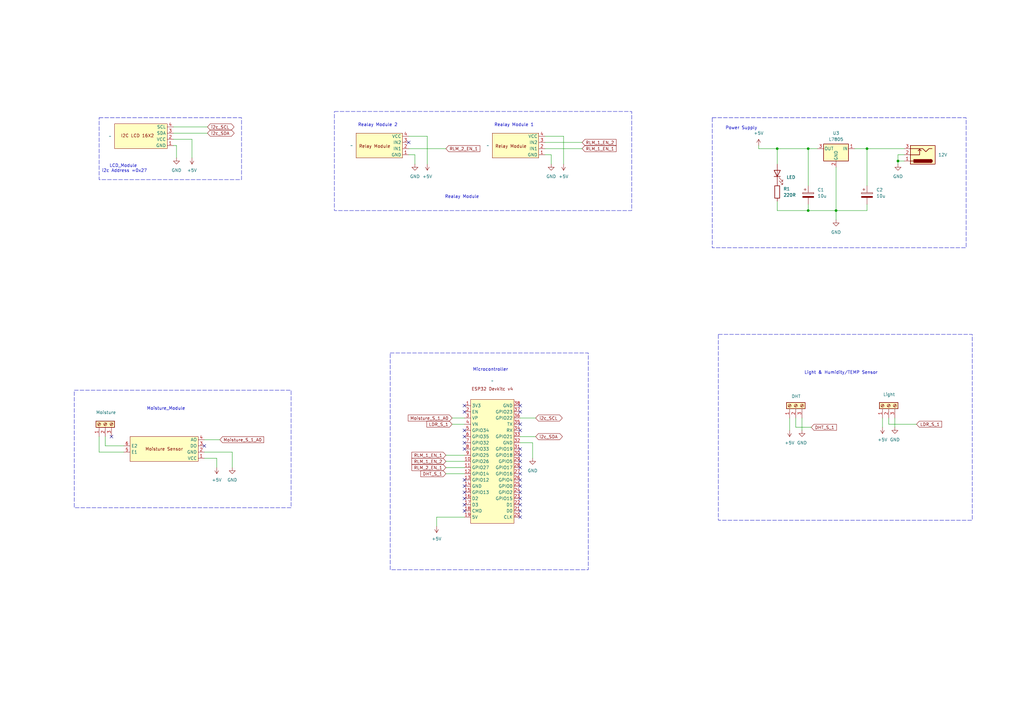
<source format=kicad_sch>
(kicad_sch
	(version 20231120)
	(generator "eeschema")
	(generator_version "8.0")
	(uuid "3bbe5400-eb98-4184-b05d-198732ef6127")
	(paper "A3")
	(lib_symbols
		(symbol "2 Channel Relay Module:ESP32_Devkit_v4"
			(exclude_from_sim no)
			(in_bom yes)
			(on_board yes)
			(property "Reference" "U"
				(at 71.882 71.882 0)
				(effects
					(font
						(size 1.27 1.27)
					)
				)
			)
			(property "Value" ""
				(at 62.23 52.07 0)
				(effects
					(font
						(size 1.27 1.27)
					)
				)
			)
			(property "Footprint" ""
				(at 62.23 52.07 0)
				(effects
					(font
						(size 1.27 1.27)
					)
					(hide yes)
				)
			)
			(property "Datasheet" ""
				(at 62.23 52.07 0)
				(effects
					(font
						(size 1.27 1.27)
					)
					(hide yes)
				)
			)
			(property "Description" ""
				(at 62.23 52.07 0)
				(effects
					(font
						(size 1.27 1.27)
					)
					(hide yes)
				)
			)
			(symbol "ESP32_Devkit_v4_1_1"
				(rectangle
					(start 52.07 67.31)
					(end 69.85 16.51)
					(stroke
						(width 0)
						(type default)
					)
					(fill
						(type background)
					)
				)
				(text "ESP32 Devkitc v4"
					(at 60.96 71.628 0)
					(effects
						(font
							(size 1.27 1.27)
						)
					)
				)
				(pin power_in line
					(at 49.53 64.77 0)
					(length 2.54)
					(name "3V3"
						(effects
							(font
								(size 1.27 1.27)
							)
						)
					)
					(number "1"
						(effects
							(font
								(size 1.27 1.27)
							)
						)
					)
				)
				(pin bidirectional line
					(at 49.53 41.91 0)
					(length 2.54)
					(name "GPIO26"
						(effects
							(font
								(size 1.27 1.27)
							)
						)
					)
					(number "10"
						(effects
							(font
								(size 1.27 1.27)
							)
						)
					)
				)
				(pin bidirectional line
					(at 49.53 39.37 0)
					(length 2.54)
					(name "GPIO27"
						(effects
							(font
								(size 1.27 1.27)
							)
						)
					)
					(number "11"
						(effects
							(font
								(size 1.27 1.27)
							)
						)
					)
				)
				(pin bidirectional line
					(at 49.53 36.83 0)
					(length 2.54)
					(name "GPIO14"
						(effects
							(font
								(size 1.27 1.27)
							)
						)
					)
					(number "12"
						(effects
							(font
								(size 1.27 1.27)
							)
						)
					)
				)
				(pin bidirectional line
					(at 49.53 34.29 0)
					(length 2.54)
					(name "GPIO12"
						(effects
							(font
								(size 1.27 1.27)
							)
						)
					)
					(number "13"
						(effects
							(font
								(size 1.27 1.27)
							)
						)
					)
				)
				(pin power_in line
					(at 49.53 31.75 0)
					(length 2.54)
					(name "GND"
						(effects
							(font
								(size 1.27 1.27)
							)
						)
					)
					(number "14"
						(effects
							(font
								(size 1.27 1.27)
							)
						)
					)
				)
				(pin bidirectional line
					(at 49.53 29.21 0)
					(length 2.54)
					(name "GPIO13"
						(effects
							(font
								(size 1.27 1.27)
							)
						)
					)
					(number "15"
						(effects
							(font
								(size 1.27 1.27)
							)
						)
					)
				)
				(pin bidirectional line
					(at 49.53 26.67 0)
					(length 2.54)
					(name "D2"
						(effects
							(font
								(size 1.27 1.27)
							)
						)
					)
					(number "16"
						(effects
							(font
								(size 1.27 1.27)
							)
						)
					)
				)
				(pin bidirectional line
					(at 49.53 24.13 0)
					(length 2.54)
					(name "D3"
						(effects
							(font
								(size 1.27 1.27)
							)
						)
					)
					(number "17"
						(effects
							(font
								(size 1.27 1.27)
							)
						)
					)
				)
				(pin bidirectional line
					(at 49.53 21.59 0)
					(length 2.54)
					(name "CMD"
						(effects
							(font
								(size 1.27 1.27)
							)
						)
					)
					(number "18"
						(effects
							(font
								(size 1.27 1.27)
							)
						)
					)
				)
				(pin power_in line
					(at 49.53 19.05 0)
					(length 2.54)
					(name "5V"
						(effects
							(font
								(size 1.27 1.27)
							)
						)
					)
					(number "19"
						(effects
							(font
								(size 1.27 1.27)
							)
						)
					)
				)
				(pin bidirectional line
					(at 49.53 62.23 0)
					(length 2.54)
					(name "EN"
						(effects
							(font
								(size 1.27 1.27)
							)
						)
					)
					(number "2"
						(effects
							(font
								(size 1.27 1.27)
							)
						)
					)
				)
				(pin bidirectional line
					(at 72.39 19.05 180)
					(length 2.54)
					(name "CLK"
						(effects
							(font
								(size 1.27 1.27)
							)
						)
					)
					(number "20"
						(effects
							(font
								(size 1.27 1.27)
							)
						)
					)
				)
				(pin bidirectional line
					(at 72.39 21.59 180)
					(length 2.54)
					(name "D0"
						(effects
							(font
								(size 1.27 1.27)
							)
						)
					)
					(number "21"
						(effects
							(font
								(size 1.27 1.27)
							)
						)
					)
				)
				(pin bidirectional line
					(at 72.39 24.13 180)
					(length 2.54)
					(name "D1"
						(effects
							(font
								(size 1.27 1.27)
							)
						)
					)
					(number "22"
						(effects
							(font
								(size 1.27 1.27)
							)
						)
					)
				)
				(pin bidirectional line
					(at 72.39 26.67 180)
					(length 2.54)
					(name "GPIO15"
						(effects
							(font
								(size 1.27 1.27)
							)
						)
					)
					(number "23"
						(effects
							(font
								(size 1.27 1.27)
							)
						)
					)
				)
				(pin bidirectional line
					(at 72.39 29.21 180)
					(length 2.54)
					(name "GPIO2"
						(effects
							(font
								(size 1.27 1.27)
							)
						)
					)
					(number "24"
						(effects
							(font
								(size 1.27 1.27)
							)
						)
					)
				)
				(pin bidirectional line
					(at 72.39 31.75 180)
					(length 2.54)
					(name "GPIO0"
						(effects
							(font
								(size 1.27 1.27)
							)
						)
					)
					(number "25"
						(effects
							(font
								(size 1.27 1.27)
							)
						)
					)
				)
				(pin bidirectional line
					(at 72.39 34.29 180)
					(length 2.54)
					(name "GPIO4"
						(effects
							(font
								(size 1.27 1.27)
							)
						)
					)
					(number "26"
						(effects
							(font
								(size 1.27 1.27)
							)
						)
					)
				)
				(pin bidirectional line
					(at 72.39 36.83 180)
					(length 2.54)
					(name "GPIO16"
						(effects
							(font
								(size 1.27 1.27)
							)
						)
					)
					(number "27"
						(effects
							(font
								(size 1.27 1.27)
							)
						)
					)
				)
				(pin bidirectional line
					(at 72.39 39.37 180)
					(length 2.54)
					(name "GPIO17"
						(effects
							(font
								(size 1.27 1.27)
							)
						)
					)
					(number "28"
						(effects
							(font
								(size 1.27 1.27)
							)
						)
					)
				)
				(pin bidirectional line
					(at 72.39 41.91 180)
					(length 2.54)
					(name "GPIO5"
						(effects
							(font
								(size 1.27 1.27)
							)
						)
					)
					(number "29"
						(effects
							(font
								(size 1.27 1.27)
							)
						)
					)
				)
				(pin bidirectional line
					(at 49.53 59.69 0)
					(length 2.54)
					(name "VP"
						(effects
							(font
								(size 1.27 1.27)
							)
						)
					)
					(number "3"
						(effects
							(font
								(size 1.27 1.27)
							)
						)
					)
				)
				(pin bidirectional line
					(at 72.39 44.45 180)
					(length 2.54)
					(name "GPIO18"
						(effects
							(font
								(size 1.27 1.27)
							)
						)
					)
					(number "30"
						(effects
							(font
								(size 1.27 1.27)
							)
						)
					)
				)
				(pin bidirectional line
					(at 72.39 46.99 180)
					(length 2.54)
					(name "GPIO19"
						(effects
							(font
								(size 1.27 1.27)
							)
						)
					)
					(number "31"
						(effects
							(font
								(size 1.27 1.27)
							)
						)
					)
				)
				(pin bidirectional line
					(at 72.39 49.53 180)
					(length 2.54)
					(name "GND"
						(effects
							(font
								(size 1.27 1.27)
							)
						)
					)
					(number "32"
						(effects
							(font
								(size 1.27 1.27)
							)
						)
					)
				)
				(pin bidirectional line
					(at 72.39 52.07 180)
					(length 2.54)
					(name "GPIO21"
						(effects
							(font
								(size 1.27 1.27)
							)
						)
					)
					(number "33"
						(effects
							(font
								(size 1.27 1.27)
							)
						)
					)
				)
				(pin bidirectional line
					(at 72.39 54.61 180)
					(length 2.54)
					(name "RX"
						(effects
							(font
								(size 1.27 1.27)
							)
						)
					)
					(number "34"
						(effects
							(font
								(size 1.27 1.27)
							)
						)
					)
				)
				(pin bidirectional line
					(at 72.39 57.15 180)
					(length 2.54)
					(name "TX"
						(effects
							(font
								(size 1.27 1.27)
							)
						)
					)
					(number "35"
						(effects
							(font
								(size 1.27 1.27)
							)
						)
					)
				)
				(pin bidirectional line
					(at 72.39 59.69 180)
					(length 2.54)
					(name "GPIO22"
						(effects
							(font
								(size 1.27 1.27)
							)
						)
					)
					(number "36"
						(effects
							(font
								(size 1.27 1.27)
							)
						)
					)
				)
				(pin bidirectional line
					(at 72.39 62.23 180)
					(length 2.54)
					(name "GPIO23"
						(effects
							(font
								(size 1.27 1.27)
							)
						)
					)
					(number "37"
						(effects
							(font
								(size 1.27 1.27)
							)
						)
					)
				)
				(pin bidirectional line
					(at 72.39 64.77 180)
					(length 2.54)
					(name "GND"
						(effects
							(font
								(size 1.27 1.27)
							)
						)
					)
					(number "38"
						(effects
							(font
								(size 1.27 1.27)
							)
						)
					)
				)
				(pin bidirectional line
					(at 49.53 57.15 0)
					(length 2.54)
					(name "VN"
						(effects
							(font
								(size 1.27 1.27)
							)
						)
					)
					(number "4"
						(effects
							(font
								(size 1.27 1.27)
							)
						)
					)
				)
				(pin bidirectional line
					(at 49.53 54.61 0)
					(length 2.54)
					(name "GPIO34"
						(effects
							(font
								(size 1.27 1.27)
							)
						)
					)
					(number "5"
						(effects
							(font
								(size 1.27 1.27)
							)
						)
					)
				)
				(pin bidirectional line
					(at 49.53 52.07 0)
					(length 2.54)
					(name "GPIO35"
						(effects
							(font
								(size 1.27 1.27)
							)
						)
					)
					(number "6"
						(effects
							(font
								(size 1.27 1.27)
							)
						)
					)
				)
				(pin bidirectional line
					(at 49.53 49.53 0)
					(length 2.54)
					(name "GPIO32"
						(effects
							(font
								(size 1.27 1.27)
							)
						)
					)
					(number "7"
						(effects
							(font
								(size 1.27 1.27)
							)
						)
					)
				)
				(pin bidirectional line
					(at 49.53 46.99 0)
					(length 2.54)
					(name "GPIO33"
						(effects
							(font
								(size 1.27 1.27)
							)
						)
					)
					(number "8"
						(effects
							(font
								(size 1.27 1.27)
							)
						)
					)
				)
				(pin bidirectional line
					(at 49.53 44.45 0)
					(length 2.54)
					(name "GPIO25"
						(effects
							(font
								(size 1.27 1.27)
							)
						)
					)
					(number "9"
						(effects
							(font
								(size 1.27 1.27)
							)
						)
					)
				)
			)
		)
		(symbol "2 Channel Relay Module:I2C_LCD_Display"
			(exclude_from_sim no)
			(in_bom yes)
			(on_board yes)
			(property "Reference" "LCD"
				(at 0 0 0)
				(effects
					(font
						(size 1.27 1.27)
					)
				)
			)
			(property "Value" ""
				(at 0 0 0)
				(effects
					(font
						(size 1.27 1.27)
					)
				)
			)
			(property "Footprint" ""
				(at 0 0 0)
				(effects
					(font
						(size 1.27 1.27)
					)
					(hide yes)
				)
			)
			(property "Datasheet" ""
				(at 0 0 0)
				(effects
					(font
						(size 1.27 1.27)
					)
					(hide yes)
				)
			)
			(property "Description" ""
				(at 0 0 0)
				(effects
					(font
						(size 1.27 1.27)
					)
					(hide yes)
				)
			)
			(symbol "I2C_LCD_Display_1_1"
				(rectangle
					(start 2.54 6.35)
					(end 24.13 -3.81)
					(stroke
						(width 0)
						(type default)
					)
					(fill
						(type background)
					)
				)
				(text "I2C LCD 16X2"
					(at 14.732 1.016 0)
					(effects
						(font
							(size 1.27 1.27)
						)
					)
				)
				(pin power_in line
					(at 0 5.08 0)
					(length 2.54)
					(name "GND"
						(effects
							(font
								(size 1.27 1.27)
							)
						)
					)
					(number "1"
						(effects
							(font
								(size 1.27 1.27)
							)
						)
					)
				)
				(pin power_in line
					(at 0 2.54 0)
					(length 2.54)
					(name "VCC"
						(effects
							(font
								(size 1.27 1.27)
							)
						)
					)
					(number "2"
						(effects
							(font
								(size 1.27 1.27)
							)
						)
					)
				)
				(pin bidirectional line
					(at 0 0 0)
					(length 2.54)
					(name "SDA"
						(effects
							(font
								(size 1.27 1.27)
							)
						)
					)
					(number "3"
						(effects
							(font
								(size 1.27 1.27)
							)
						)
					)
				)
				(pin bidirectional line
					(at 0 -2.54 0)
					(length 2.54)
					(name "SCL"
						(effects
							(font
								(size 1.27 1.27)
							)
						)
					)
					(number "4"
						(effects
							(font
								(size 1.27 1.27)
							)
						)
					)
				)
			)
		)
		(symbol "2 Channel Relay Module:Moisture_Sensor"
			(exclude_from_sim no)
			(in_bom yes)
			(on_board yes)
			(property "Reference" "M"
				(at 0 0 0)
				(effects
					(font
						(size 1.27 1.27)
					)
				)
			)
			(property "Value" ""
				(at 0 0 0)
				(effects
					(font
						(size 1.27 1.27)
					)
				)
			)
			(property "Footprint" ""
				(at 0 0 0)
				(effects
					(font
						(size 1.27 1.27)
					)
					(hide yes)
				)
			)
			(property "Datasheet" ""
				(at 0 0 0)
				(effects
					(font
						(size 1.27 1.27)
					)
					(hide yes)
				)
			)
			(property "Description" ""
				(at 0 0 0)
				(effects
					(font
						(size 1.27 1.27)
					)
					(hide yes)
				)
			)
			(symbol "Moisture_Sensor_1_1"
				(rectangle
					(start 2.54 3.81)
					(end 30.48 -6.35)
					(stroke
						(width 0)
						(type default)
					)
					(fill
						(type background)
					)
				)
				(text "Moisture Sensor"
					(at 16.51 -1.27 0)
					(effects
						(font
							(size 1.27 1.27)
						)
					)
				)
				(pin power_in line
					(at 0 2.54 0)
					(length 2.54)
					(name "VCC"
						(effects
							(font
								(size 1.27 1.27)
							)
						)
					)
					(number "1"
						(effects
							(font
								(size 1.27 1.27)
							)
						)
					)
				)
				(pin power_in line
					(at 0 0 0)
					(length 2.54)
					(name "GND"
						(effects
							(font
								(size 1.27 1.27)
							)
						)
					)
					(number "2"
						(effects
							(font
								(size 1.27 1.27)
							)
						)
					)
				)
				(pin output line
					(at 0 -2.54 0)
					(length 2.54)
					(name "DO"
						(effects
							(font
								(size 1.27 1.27)
							)
						)
					)
					(number "3"
						(effects
							(font
								(size 1.27 1.27)
							)
						)
					)
				)
				(pin output line
					(at 0 -5.08 0)
					(length 2.54)
					(name "AO"
						(effects
							(font
								(size 1.27 1.27)
							)
						)
					)
					(number "4"
						(effects
							(font
								(size 1.27 1.27)
							)
						)
					)
				)
				(pin output line
					(at 33.02 0 180)
					(length 2.54)
					(name "E1"
						(effects
							(font
								(size 1.27 1.27)
							)
						)
					)
					(number "5"
						(effects
							(font
								(size 1.27 1.27)
							)
						)
					)
				)
				(pin output line
					(at 33.02 -2.54 180)
					(length 2.54)
					(name "E2"
						(effects
							(font
								(size 1.27 1.27)
							)
						)
					)
					(number "6"
						(effects
							(font
								(size 1.27 1.27)
							)
						)
					)
				)
			)
		)
		(symbol "2 Channel Relay Module:Relay_Module"
			(exclude_from_sim no)
			(in_bom yes)
			(on_board yes)
			(property "Reference" "R"
				(at 0 0 0)
				(effects
					(font
						(size 1.27 1.27)
					)
				)
			)
			(property "Value" ""
				(at 0 0 0)
				(effects
					(font
						(size 1.27 1.27)
					)
				)
			)
			(property "Footprint" ""
				(at 0 0 0)
				(effects
					(font
						(size 1.27 1.27)
					)
					(hide yes)
				)
			)
			(property "Datasheet" ""
				(at 0 0 0)
				(effects
					(font
						(size 1.27 1.27)
					)
					(hide yes)
				)
			)
			(property "Description" ""
				(at 0 0 0)
				(effects
					(font
						(size 1.27 1.27)
					)
					(hide yes)
				)
			)
			(symbol "Relay_Module_1_1"
				(rectangle
					(start 2.54 5.08)
					(end 21.59 -5.08)
					(stroke
						(width 0)
						(type default)
					)
					(fill
						(type background)
					)
				)
				(text "Relay Module"
					(at 13.97 0.254 0)
					(effects
						(font
							(size 1.27 1.27)
						)
					)
				)
				(pin power_in line
					(at 0 3.81 0)
					(length 2.54)
					(name "GND"
						(effects
							(font
								(size 1.27 1.27)
							)
						)
					)
					(number "1"
						(effects
							(font
								(size 1.27 1.27)
							)
						)
					)
				)
				(pin output line
					(at 0 1.27 0)
					(length 2.54)
					(name "IN1"
						(effects
							(font
								(size 1.27 1.27)
							)
						)
					)
					(number "2"
						(effects
							(font
								(size 1.27 1.27)
							)
						)
					)
				)
				(pin output line
					(at 0 -1.27 0)
					(length 2.54)
					(name "IN2"
						(effects
							(font
								(size 1.27 1.27)
							)
						)
					)
					(number "3"
						(effects
							(font
								(size 1.27 1.27)
							)
						)
					)
				)
				(pin power_in line
					(at 0 -3.81 0)
					(length 2.54)
					(name "VCC"
						(effects
							(font
								(size 1.27 1.27)
							)
						)
					)
					(number "4"
						(effects
							(font
								(size 1.27 1.27)
							)
						)
					)
				)
			)
		)
		(symbol "Connector:Barrel_Jack_Switch_Pin3Ring"
			(pin_names hide)
			(exclude_from_sim no)
			(in_bom yes)
			(on_board yes)
			(property "Reference" "J"
				(at 0 5.334 0)
				(effects
					(font
						(size 1.27 1.27)
					)
				)
			)
			(property "Value" "Barrel_Jack_Switch_Pin3Ring"
				(at 0 -5.08 0)
				(effects
					(font
						(size 1.27 1.27)
					)
				)
			)
			(property "Footprint" ""
				(at 1.27 -1.016 0)
				(effects
					(font
						(size 1.27 1.27)
					)
					(hide yes)
				)
			)
			(property "Datasheet" "~"
				(at 1.27 -1.016 0)
				(effects
					(font
						(size 1.27 1.27)
					)
					(hide yes)
				)
			)
			(property "Description" "DC Barrel Jack with an internal switch"
				(at 0 0 0)
				(effects
					(font
						(size 1.27 1.27)
					)
					(hide yes)
				)
			)
			(property "ki_keywords" "DC power barrel jack connector"
				(at 0 0 0)
				(effects
					(font
						(size 1.27 1.27)
					)
					(hide yes)
				)
			)
			(property "ki_fp_filters" "BarrelJack*"
				(at 0 0 0)
				(effects
					(font
						(size 1.27 1.27)
					)
					(hide yes)
				)
			)
			(symbol "Barrel_Jack_Switch_Pin3Ring_0_1"
				(rectangle
					(start -5.08 3.81)
					(end 5.08 -3.81)
					(stroke
						(width 0.254)
						(type default)
					)
					(fill
						(type background)
					)
				)
				(arc
					(start -3.302 3.175)
					(mid -3.9343 2.54)
					(end -3.302 1.905)
					(stroke
						(width 0.254)
						(type default)
					)
					(fill
						(type none)
					)
				)
				(arc
					(start -3.302 3.175)
					(mid -3.9343 2.54)
					(end -3.302 1.905)
					(stroke
						(width 0.254)
						(type default)
					)
					(fill
						(type outline)
					)
				)
				(polyline
					(pts
						(xy 1.27 -2.286) (xy 1.905 -1.651)
					)
					(stroke
						(width 0.254)
						(type default)
					)
					(fill
						(type none)
					)
				)
				(polyline
					(pts
						(xy 5.08 2.54) (xy 3.81 2.54)
					)
					(stroke
						(width 0.254)
						(type default)
					)
					(fill
						(type none)
					)
				)
				(polyline
					(pts
						(xy 5.08 0) (xy 1.27 0) (xy 1.27 -2.286) (xy 0.635 -1.651)
					)
					(stroke
						(width 0.254)
						(type default)
					)
					(fill
						(type none)
					)
				)
				(polyline
					(pts
						(xy -3.81 -2.54) (xy -2.54 -2.54) (xy -1.27 -1.27) (xy 0 -2.54) (xy 2.54 -2.54) (xy 5.08 -2.54)
					)
					(stroke
						(width 0.254)
						(type default)
					)
					(fill
						(type none)
					)
				)
				(rectangle
					(start 3.683 3.175)
					(end -3.302 1.905)
					(stroke
						(width 0.254)
						(type default)
					)
					(fill
						(type outline)
					)
				)
			)
			(symbol "Barrel_Jack_Switch_Pin3Ring_1_1"
				(pin passive line
					(at 7.62 2.54 180)
					(length 2.54)
					(name "~"
						(effects
							(font
								(size 1.27 1.27)
							)
						)
					)
					(number "1"
						(effects
							(font
								(size 1.27 1.27)
							)
						)
					)
				)
				(pin passive line
					(at 7.62 0 180)
					(length 2.54)
					(name "~"
						(effects
							(font
								(size 1.27 1.27)
							)
						)
					)
					(number "2"
						(effects
							(font
								(size 1.27 1.27)
							)
						)
					)
				)
				(pin passive line
					(at 7.62 -2.54 180)
					(length 2.54)
					(name "~"
						(effects
							(font
								(size 1.27 1.27)
							)
						)
					)
					(number "3"
						(effects
							(font
								(size 1.27 1.27)
							)
						)
					)
				)
			)
		)
		(symbol "Connector:Screw_Terminal_01x03"
			(pin_names
				(offset 1.016) hide)
			(exclude_from_sim no)
			(in_bom yes)
			(on_board yes)
			(property "Reference" "J"
				(at 0 5.08 0)
				(effects
					(font
						(size 1.27 1.27)
					)
				)
			)
			(property "Value" "Screw_Terminal_01x03"
				(at 0 -5.08 0)
				(effects
					(font
						(size 1.27 1.27)
					)
				)
			)
			(property "Footprint" ""
				(at 0 0 0)
				(effects
					(font
						(size 1.27 1.27)
					)
					(hide yes)
				)
			)
			(property "Datasheet" "~"
				(at 0 0 0)
				(effects
					(font
						(size 1.27 1.27)
					)
					(hide yes)
				)
			)
			(property "Description" "Generic screw terminal, single row, 01x03, script generated (kicad-library-utils/schlib/autogen/connector/)"
				(at 0 0 0)
				(effects
					(font
						(size 1.27 1.27)
					)
					(hide yes)
				)
			)
			(property "ki_keywords" "screw terminal"
				(at 0 0 0)
				(effects
					(font
						(size 1.27 1.27)
					)
					(hide yes)
				)
			)
			(property "ki_fp_filters" "TerminalBlock*:*"
				(at 0 0 0)
				(effects
					(font
						(size 1.27 1.27)
					)
					(hide yes)
				)
			)
			(symbol "Screw_Terminal_01x03_1_1"
				(rectangle
					(start -1.27 3.81)
					(end 1.27 -3.81)
					(stroke
						(width 0.254)
						(type default)
					)
					(fill
						(type background)
					)
				)
				(circle
					(center 0 -2.54)
					(radius 0.635)
					(stroke
						(width 0.1524)
						(type default)
					)
					(fill
						(type none)
					)
				)
				(polyline
					(pts
						(xy -0.5334 -2.2098) (xy 0.3302 -3.048)
					)
					(stroke
						(width 0.1524)
						(type default)
					)
					(fill
						(type none)
					)
				)
				(polyline
					(pts
						(xy -0.5334 0.3302) (xy 0.3302 -0.508)
					)
					(stroke
						(width 0.1524)
						(type default)
					)
					(fill
						(type none)
					)
				)
				(polyline
					(pts
						(xy -0.5334 2.8702) (xy 0.3302 2.032)
					)
					(stroke
						(width 0.1524)
						(type default)
					)
					(fill
						(type none)
					)
				)
				(polyline
					(pts
						(xy -0.3556 -2.032) (xy 0.508 -2.8702)
					)
					(stroke
						(width 0.1524)
						(type default)
					)
					(fill
						(type none)
					)
				)
				(polyline
					(pts
						(xy -0.3556 0.508) (xy 0.508 -0.3302)
					)
					(stroke
						(width 0.1524)
						(type default)
					)
					(fill
						(type none)
					)
				)
				(polyline
					(pts
						(xy -0.3556 3.048) (xy 0.508 2.2098)
					)
					(stroke
						(width 0.1524)
						(type default)
					)
					(fill
						(type none)
					)
				)
				(circle
					(center 0 0)
					(radius 0.635)
					(stroke
						(width 0.1524)
						(type default)
					)
					(fill
						(type none)
					)
				)
				(circle
					(center 0 2.54)
					(radius 0.635)
					(stroke
						(width 0.1524)
						(type default)
					)
					(fill
						(type none)
					)
				)
				(pin passive line
					(at -5.08 2.54 0)
					(length 3.81)
					(name "Pin_1"
						(effects
							(font
								(size 1.27 1.27)
							)
						)
					)
					(number "1"
						(effects
							(font
								(size 1.27 1.27)
							)
						)
					)
				)
				(pin passive line
					(at -5.08 0 0)
					(length 3.81)
					(name "Pin_2"
						(effects
							(font
								(size 1.27 1.27)
							)
						)
					)
					(number "2"
						(effects
							(font
								(size 1.27 1.27)
							)
						)
					)
				)
				(pin passive line
					(at -5.08 -2.54 0)
					(length 3.81)
					(name "Pin_3"
						(effects
							(font
								(size 1.27 1.27)
							)
						)
					)
					(number "3"
						(effects
							(font
								(size 1.27 1.27)
							)
						)
					)
				)
			)
		)
		(symbol "Device:C_Polarized"
			(pin_numbers hide)
			(pin_names
				(offset 0.254)
			)
			(exclude_from_sim no)
			(in_bom yes)
			(on_board yes)
			(property "Reference" "C"
				(at 0.635 2.54 0)
				(effects
					(font
						(size 1.27 1.27)
					)
					(justify left)
				)
			)
			(property "Value" "C_Polarized"
				(at 0.635 -2.54 0)
				(effects
					(font
						(size 1.27 1.27)
					)
					(justify left)
				)
			)
			(property "Footprint" ""
				(at 0.9652 -3.81 0)
				(effects
					(font
						(size 1.27 1.27)
					)
					(hide yes)
				)
			)
			(property "Datasheet" "~"
				(at 0 0 0)
				(effects
					(font
						(size 1.27 1.27)
					)
					(hide yes)
				)
			)
			(property "Description" "Polarized capacitor"
				(at 0 0 0)
				(effects
					(font
						(size 1.27 1.27)
					)
					(hide yes)
				)
			)
			(property "ki_keywords" "cap capacitor"
				(at 0 0 0)
				(effects
					(font
						(size 1.27 1.27)
					)
					(hide yes)
				)
			)
			(property "ki_fp_filters" "CP_*"
				(at 0 0 0)
				(effects
					(font
						(size 1.27 1.27)
					)
					(hide yes)
				)
			)
			(symbol "C_Polarized_0_1"
				(rectangle
					(start -2.286 0.508)
					(end 2.286 1.016)
					(stroke
						(width 0)
						(type default)
					)
					(fill
						(type none)
					)
				)
				(polyline
					(pts
						(xy -1.778 2.286) (xy -0.762 2.286)
					)
					(stroke
						(width 0)
						(type default)
					)
					(fill
						(type none)
					)
				)
				(polyline
					(pts
						(xy -1.27 2.794) (xy -1.27 1.778)
					)
					(stroke
						(width 0)
						(type default)
					)
					(fill
						(type none)
					)
				)
				(rectangle
					(start 2.286 -0.508)
					(end -2.286 -1.016)
					(stroke
						(width 0)
						(type default)
					)
					(fill
						(type outline)
					)
				)
			)
			(symbol "C_Polarized_1_1"
				(pin passive line
					(at 0 3.81 270)
					(length 2.794)
					(name "~"
						(effects
							(font
								(size 1.27 1.27)
							)
						)
					)
					(number "1"
						(effects
							(font
								(size 1.27 1.27)
							)
						)
					)
				)
				(pin passive line
					(at 0 -3.81 90)
					(length 2.794)
					(name "~"
						(effects
							(font
								(size 1.27 1.27)
							)
						)
					)
					(number "2"
						(effects
							(font
								(size 1.27 1.27)
							)
						)
					)
				)
			)
		)
		(symbol "Device:LED"
			(pin_numbers hide)
			(pin_names
				(offset 1.016) hide)
			(exclude_from_sim no)
			(in_bom yes)
			(on_board yes)
			(property "Reference" "D"
				(at 0 2.54 0)
				(effects
					(font
						(size 1.27 1.27)
					)
				)
			)
			(property "Value" "LED"
				(at 0 -2.54 0)
				(effects
					(font
						(size 1.27 1.27)
					)
				)
			)
			(property "Footprint" ""
				(at 0 0 0)
				(effects
					(font
						(size 1.27 1.27)
					)
					(hide yes)
				)
			)
			(property "Datasheet" "~"
				(at 0 0 0)
				(effects
					(font
						(size 1.27 1.27)
					)
					(hide yes)
				)
			)
			(property "Description" "Light emitting diode"
				(at 0 0 0)
				(effects
					(font
						(size 1.27 1.27)
					)
					(hide yes)
				)
			)
			(property "ki_keywords" "LED diode"
				(at 0 0 0)
				(effects
					(font
						(size 1.27 1.27)
					)
					(hide yes)
				)
			)
			(property "ki_fp_filters" "LED* LED_SMD:* LED_THT:*"
				(at 0 0 0)
				(effects
					(font
						(size 1.27 1.27)
					)
					(hide yes)
				)
			)
			(symbol "LED_0_1"
				(polyline
					(pts
						(xy -1.27 -1.27) (xy -1.27 1.27)
					)
					(stroke
						(width 0.254)
						(type default)
					)
					(fill
						(type none)
					)
				)
				(polyline
					(pts
						(xy -1.27 0) (xy 1.27 0)
					)
					(stroke
						(width 0)
						(type default)
					)
					(fill
						(type none)
					)
				)
				(polyline
					(pts
						(xy 1.27 -1.27) (xy 1.27 1.27) (xy -1.27 0) (xy 1.27 -1.27)
					)
					(stroke
						(width 0.254)
						(type default)
					)
					(fill
						(type none)
					)
				)
				(polyline
					(pts
						(xy -3.048 -0.762) (xy -4.572 -2.286) (xy -3.81 -2.286) (xy -4.572 -2.286) (xy -4.572 -1.524)
					)
					(stroke
						(width 0)
						(type default)
					)
					(fill
						(type none)
					)
				)
				(polyline
					(pts
						(xy -1.778 -0.762) (xy -3.302 -2.286) (xy -2.54 -2.286) (xy -3.302 -2.286) (xy -3.302 -1.524)
					)
					(stroke
						(width 0)
						(type default)
					)
					(fill
						(type none)
					)
				)
			)
			(symbol "LED_1_1"
				(pin passive line
					(at -3.81 0 0)
					(length 2.54)
					(name "K"
						(effects
							(font
								(size 1.27 1.27)
							)
						)
					)
					(number "1"
						(effects
							(font
								(size 1.27 1.27)
							)
						)
					)
				)
				(pin passive line
					(at 3.81 0 180)
					(length 2.54)
					(name "A"
						(effects
							(font
								(size 1.27 1.27)
							)
						)
					)
					(number "2"
						(effects
							(font
								(size 1.27 1.27)
							)
						)
					)
				)
			)
		)
		(symbol "Device:R"
			(pin_numbers hide)
			(pin_names
				(offset 0)
			)
			(exclude_from_sim no)
			(in_bom yes)
			(on_board yes)
			(property "Reference" "R"
				(at 2.032 0 90)
				(effects
					(font
						(size 1.27 1.27)
					)
				)
			)
			(property "Value" "R"
				(at 0 0 90)
				(effects
					(font
						(size 1.27 1.27)
					)
				)
			)
			(property "Footprint" ""
				(at -1.778 0 90)
				(effects
					(font
						(size 1.27 1.27)
					)
					(hide yes)
				)
			)
			(property "Datasheet" "~"
				(at 0 0 0)
				(effects
					(font
						(size 1.27 1.27)
					)
					(hide yes)
				)
			)
			(property "Description" "Resistor"
				(at 0 0 0)
				(effects
					(font
						(size 1.27 1.27)
					)
					(hide yes)
				)
			)
			(property "ki_keywords" "R res resistor"
				(at 0 0 0)
				(effects
					(font
						(size 1.27 1.27)
					)
					(hide yes)
				)
			)
			(property "ki_fp_filters" "R_*"
				(at 0 0 0)
				(effects
					(font
						(size 1.27 1.27)
					)
					(hide yes)
				)
			)
			(symbol "R_0_1"
				(rectangle
					(start -1.016 -2.54)
					(end 1.016 2.54)
					(stroke
						(width 0.254)
						(type default)
					)
					(fill
						(type none)
					)
				)
			)
			(symbol "R_1_1"
				(pin passive line
					(at 0 3.81 270)
					(length 1.27)
					(name "~"
						(effects
							(font
								(size 1.27 1.27)
							)
						)
					)
					(number "1"
						(effects
							(font
								(size 1.27 1.27)
							)
						)
					)
				)
				(pin passive line
					(at 0 -3.81 90)
					(length 1.27)
					(name "~"
						(effects
							(font
								(size 1.27 1.27)
							)
						)
					)
					(number "2"
						(effects
							(font
								(size 1.27 1.27)
							)
						)
					)
				)
			)
		)
		(symbol "Regulator_Linear:L7805"
			(pin_names
				(offset 0.254)
			)
			(exclude_from_sim no)
			(in_bom yes)
			(on_board yes)
			(property "Reference" "U"
				(at -3.81 3.175 0)
				(effects
					(font
						(size 1.27 1.27)
					)
				)
			)
			(property "Value" "L7805"
				(at 0 3.175 0)
				(effects
					(font
						(size 1.27 1.27)
					)
					(justify left)
				)
			)
			(property "Footprint" ""
				(at 0.635 -3.81 0)
				(effects
					(font
						(size 1.27 1.27)
						(italic yes)
					)
					(justify left)
					(hide yes)
				)
			)
			(property "Datasheet" "http://www.st.com/content/ccc/resource/technical/document/datasheet/41/4f/b3/b0/12/d4/47/88/CD00000444.pdf/files/CD00000444.pdf/jcr:content/translations/en.CD00000444.pdf"
				(at 0 -1.27 0)
				(effects
					(font
						(size 1.27 1.27)
					)
					(hide yes)
				)
			)
			(property "Description" "Positive 1.5A 35V Linear Regulator, Fixed Output 5V, TO-220/TO-263/TO-252"
				(at 0 0 0)
				(effects
					(font
						(size 1.27 1.27)
					)
					(hide yes)
				)
			)
			(property "ki_keywords" "Voltage Regulator 1.5A Positive"
				(at 0 0 0)
				(effects
					(font
						(size 1.27 1.27)
					)
					(hide yes)
				)
			)
			(property "ki_fp_filters" "TO?252* TO?263* TO?220*"
				(at 0 0 0)
				(effects
					(font
						(size 1.27 1.27)
					)
					(hide yes)
				)
			)
			(symbol "L7805_0_1"
				(rectangle
					(start -5.08 1.905)
					(end 5.08 -5.08)
					(stroke
						(width 0.254)
						(type default)
					)
					(fill
						(type background)
					)
				)
			)
			(symbol "L7805_1_1"
				(pin power_in line
					(at -7.62 0 0)
					(length 2.54)
					(name "IN"
						(effects
							(font
								(size 1.27 1.27)
							)
						)
					)
					(number "1"
						(effects
							(font
								(size 1.27 1.27)
							)
						)
					)
				)
				(pin power_in line
					(at 0 -7.62 90)
					(length 2.54)
					(name "GND"
						(effects
							(font
								(size 1.27 1.27)
							)
						)
					)
					(number "2"
						(effects
							(font
								(size 1.27 1.27)
							)
						)
					)
				)
				(pin power_out line
					(at 7.62 0 180)
					(length 2.54)
					(name "OUT"
						(effects
							(font
								(size 1.27 1.27)
							)
						)
					)
					(number "3"
						(effects
							(font
								(size 1.27 1.27)
							)
						)
					)
				)
			)
		)
		(symbol "power:+5V"
			(power)
			(pin_names
				(offset 0)
			)
			(exclude_from_sim no)
			(in_bom yes)
			(on_board yes)
			(property "Reference" "#PWR"
				(at 0 -3.81 0)
				(effects
					(font
						(size 1.27 1.27)
					)
					(hide yes)
				)
			)
			(property "Value" "+5V"
				(at 0 3.556 0)
				(effects
					(font
						(size 1.27 1.27)
					)
				)
			)
			(property "Footprint" ""
				(at 0 0 0)
				(effects
					(font
						(size 1.27 1.27)
					)
					(hide yes)
				)
			)
			(property "Datasheet" ""
				(at 0 0 0)
				(effects
					(font
						(size 1.27 1.27)
					)
					(hide yes)
				)
			)
			(property "Description" "Power symbol creates a global label with name \"+5V\""
				(at 0 0 0)
				(effects
					(font
						(size 1.27 1.27)
					)
					(hide yes)
				)
			)
			(property "ki_keywords" "global power"
				(at 0 0 0)
				(effects
					(font
						(size 1.27 1.27)
					)
					(hide yes)
				)
			)
			(symbol "+5V_0_1"
				(polyline
					(pts
						(xy -0.762 1.27) (xy 0 2.54)
					)
					(stroke
						(width 0)
						(type default)
					)
					(fill
						(type none)
					)
				)
				(polyline
					(pts
						(xy 0 0) (xy 0 2.54)
					)
					(stroke
						(width 0)
						(type default)
					)
					(fill
						(type none)
					)
				)
				(polyline
					(pts
						(xy 0 2.54) (xy 0.762 1.27)
					)
					(stroke
						(width 0)
						(type default)
					)
					(fill
						(type none)
					)
				)
			)
			(symbol "+5V_1_1"
				(pin power_in line
					(at 0 0 90)
					(length 0) hide
					(name "+5V"
						(effects
							(font
								(size 1.27 1.27)
							)
						)
					)
					(number "1"
						(effects
							(font
								(size 1.27 1.27)
							)
						)
					)
				)
			)
		)
		(symbol "power:GND"
			(power)
			(pin_names
				(offset 0)
			)
			(exclude_from_sim no)
			(in_bom yes)
			(on_board yes)
			(property "Reference" "#PWR"
				(at 0 -6.35 0)
				(effects
					(font
						(size 1.27 1.27)
					)
					(hide yes)
				)
			)
			(property "Value" "GND"
				(at 0 -3.81 0)
				(effects
					(font
						(size 1.27 1.27)
					)
				)
			)
			(property "Footprint" ""
				(at 0 0 0)
				(effects
					(font
						(size 1.27 1.27)
					)
					(hide yes)
				)
			)
			(property "Datasheet" ""
				(at 0 0 0)
				(effects
					(font
						(size 1.27 1.27)
					)
					(hide yes)
				)
			)
			(property "Description" "Power symbol creates a global label with name \"GND\" , ground"
				(at 0 0 0)
				(effects
					(font
						(size 1.27 1.27)
					)
					(hide yes)
				)
			)
			(property "ki_keywords" "global power"
				(at 0 0 0)
				(effects
					(font
						(size 1.27 1.27)
					)
					(hide yes)
				)
			)
			(symbol "GND_0_1"
				(polyline
					(pts
						(xy 0 0) (xy 0 -1.27) (xy 1.27 -1.27) (xy 0 -2.54) (xy -1.27 -1.27) (xy 0 -1.27)
					)
					(stroke
						(width 0)
						(type default)
					)
					(fill
						(type none)
					)
				)
			)
			(symbol "GND_1_1"
				(pin power_in line
					(at 0 0 270)
					(length 0) hide
					(name "GND"
						(effects
							(font
								(size 1.27 1.27)
							)
						)
					)
					(number "1"
						(effects
							(font
								(size 1.27 1.27)
							)
						)
					)
				)
			)
		)
	)
	(junction
		(at 331.47 86.36)
		(diameter 0)
		(color 0 0 0 0)
		(uuid "1f72aeb6-3f22-4c8f-9eac-50d68f7fb0e9")
	)
	(junction
		(at 342.9 86.36)
		(diameter 0)
		(color 0 0 0 0)
		(uuid "5c4ef7be-a8f0-4bcc-84e1-0ce5934d4de1")
	)
	(junction
		(at 318.77 60.96)
		(diameter 0)
		(color 0 0 0 0)
		(uuid "5e2ae117-7554-4adc-9e82-702f87dcf2a9")
	)
	(junction
		(at 368.3 66.04)
		(diameter 0)
		(color 0 0 0 0)
		(uuid "a87bd3f2-2680-4d81-9aa3-dbc37b4fe93a")
	)
	(junction
		(at 331.47 60.96)
		(diameter 0)
		(color 0 0 0 0)
		(uuid "c3cafaf1-bfb4-4b3e-9d6b-889018c57aa4")
	)
	(junction
		(at 355.6 60.96)
		(diameter 0)
		(color 0 0 0 0)
		(uuid "e7bc357e-c470-4735-8698-cbeb4494f5c7")
	)
	(no_connect
		(at 213.36 209.55)
		(uuid "0035de84-2ebc-4f14-beb1-573de47a5755")
	)
	(no_connect
		(at 213.36 186.69)
		(uuid "132391b4-88ed-4e62-8a0c-281031ea30e2")
	)
	(no_connect
		(at 213.36 189.23)
		(uuid "253af79e-51c5-4709-91da-b7c05fc5376c")
	)
	(no_connect
		(at 190.5 176.53)
		(uuid "301c78e2-d57f-4887-81b3-db3ce99b9053")
	)
	(no_connect
		(at 167.64 58.42)
		(uuid "37fdbe7a-af5a-41cd-9859-8378c23d8290")
	)
	(no_connect
		(at 190.5 179.07)
		(uuid "38be08b4-15bf-4382-84f2-bcf93fdc8e5f")
	)
	(no_connect
		(at 213.36 173.99)
		(uuid "3dfbadce-9b2b-40a2-b025-85ee12e7f9a3")
	)
	(no_connect
		(at 213.36 201.93)
		(uuid "3f98af23-b2d4-43cf-b575-1d9b34990cf7")
	)
	(no_connect
		(at 190.5 209.55)
		(uuid "486888d5-e26d-4918-a138-52c468d8158d")
	)
	(no_connect
		(at 190.5 184.15)
		(uuid "508039cf-b79b-43a1-b486-b5600f310f05")
	)
	(no_connect
		(at 213.36 199.39)
		(uuid "57a0b05a-e80a-4bd7-b52a-9ba7dddf21f4")
	)
	(no_connect
		(at 83.82 182.88)
		(uuid "5a31b797-b0aa-406d-a238-dcf86241a0c2")
	)
	(no_connect
		(at 213.36 207.01)
		(uuid "671e3192-94a2-40b2-b825-9016f49bb17a")
	)
	(no_connect
		(at 213.36 176.53)
		(uuid "7ca8177f-5851-44d4-acb3-cb30e372b6d7")
	)
	(no_connect
		(at 213.36 191.77)
		(uuid "933b8824-fc7c-46cc-a49f-3bf990b1fe00")
	)
	(no_connect
		(at 213.36 194.31)
		(uuid "a4607c72-e72d-4313-a92e-3e4a6ee66147")
	)
	(no_connect
		(at 213.36 166.37)
		(uuid "a5ee7d1b-4143-4271-8045-3f8b9b540139")
	)
	(no_connect
		(at 213.36 196.85)
		(uuid "a941c0b6-97bb-4f96-b584-a2853b449a09")
	)
	(no_connect
		(at 213.36 212.09)
		(uuid "acc95937-3fd0-4edb-afdb-13f5a617e913")
	)
	(no_connect
		(at 190.5 207.01)
		(uuid "ae7e91c9-719f-4975-9585-5f00605b1aa4")
	)
	(no_connect
		(at 190.5 201.93)
		(uuid "b4ea978a-f7c0-4bdd-ad4c-e163af3620e7")
	)
	(no_connect
		(at 190.5 196.85)
		(uuid "bad9e479-76b4-45de-baa6-f32e9951d600")
	)
	(no_connect
		(at 190.5 204.47)
		(uuid "c285efb2-f282-47e2-98c3-f007159121dc")
	)
	(no_connect
		(at 190.5 168.91)
		(uuid "cd3772ce-6faf-4bb9-b8f6-f0852d5756d1")
	)
	(no_connect
		(at 190.5 199.39)
		(uuid "d3eac408-594c-46cb-ac37-f6bd710e12ba")
	)
	(no_connect
		(at 213.36 184.15)
		(uuid "e77dec46-8d36-460a-b5be-21a86982e1c9")
	)
	(no_connect
		(at 213.36 168.91)
		(uuid "e8691294-2a93-4899-b55b-24adc1914ee5")
	)
	(no_connect
		(at 213.36 204.47)
		(uuid "ed33bd00-50a4-40b3-8d9f-5ea2857189c4")
	)
	(no_connect
		(at 190.5 181.61)
		(uuid "ee636007-2afa-42b8-a8f8-c882d12f4134")
	)
	(no_connect
		(at 190.5 166.37)
		(uuid "ef83a9dc-9ab9-4a2c-98a3-3e5787f022e4")
	)
	(no_connect
		(at 45.72 179.07)
		(uuid "f8a3a678-e1ea-4695-9f24-eecac73ab7da")
	)
	(wire
		(pts
			(xy 95.25 185.42) (xy 83.82 185.42)
		)
		(stroke
			(width 0)
			(type default)
		)
		(uuid "045c65bf-f34b-49e1-bba2-8a530f2a771f")
	)
	(wire
		(pts
			(xy 223.52 60.96) (xy 238.76 60.96)
		)
		(stroke
			(width 0)
			(type default)
		)
		(uuid "0642b457-cb94-4d82-875c-c1cf5943e063")
	)
	(wire
		(pts
			(xy 182.88 191.77) (xy 190.5 191.77)
		)
		(stroke
			(width 0)
			(type default)
		)
		(uuid "074e208c-887d-4624-a1f7-feb848e9cef5")
	)
	(wire
		(pts
			(xy 72.39 59.69) (xy 72.39 64.77)
		)
		(stroke
			(width 0)
			(type default)
		)
		(uuid "0777edef-ae10-4087-aff0-3b4dc4f65c47")
	)
	(wire
		(pts
			(xy 190.5 212.09) (xy 179.07 212.09)
		)
		(stroke
			(width 0)
			(type default)
		)
		(uuid "0a55eb59-e58c-4303-b198-0da08506cc8c")
	)
	(wire
		(pts
			(xy 218.44 181.61) (xy 218.44 187.96)
		)
		(stroke
			(width 0)
			(type default)
		)
		(uuid "110651d1-641f-47a2-a230-d3dfe29e1e85")
	)
	(wire
		(pts
			(xy 88.9 187.96) (xy 83.82 187.96)
		)
		(stroke
			(width 0)
			(type default)
		)
		(uuid "12b57edd-af81-432d-9398-aece987e7988")
	)
	(wire
		(pts
			(xy 318.77 67.31) (xy 318.77 60.96)
		)
		(stroke
			(width 0)
			(type default)
		)
		(uuid "12c8e0b5-ef51-4867-b7c0-84ff0961c22a")
	)
	(wire
		(pts
			(xy 179.07 212.09) (xy 179.07 215.9)
		)
		(stroke
			(width 0)
			(type default)
		)
		(uuid "15d175d1-b12a-4213-8392-2201deeccff0")
	)
	(wire
		(pts
			(xy 231.14 67.31) (xy 231.14 55.88)
		)
		(stroke
			(width 0)
			(type default)
		)
		(uuid "1c11d632-9091-40b3-8a93-66febb9653f0")
	)
	(wire
		(pts
			(xy 331.47 60.96) (xy 331.47 76.2)
		)
		(stroke
			(width 0)
			(type default)
		)
		(uuid "203ce64c-b319-49fe-88c0-d8a83ee2af0e")
	)
	(wire
		(pts
			(xy 331.47 83.82) (xy 331.47 86.36)
		)
		(stroke
			(width 0)
			(type default)
		)
		(uuid "2293abb4-61cf-48b4-a847-0ce3acf88a77")
	)
	(wire
		(pts
			(xy 223.52 63.5) (xy 226.06 63.5)
		)
		(stroke
			(width 0)
			(type default)
		)
		(uuid "22dfb35c-d334-4e6b-9275-95a01cd94753")
	)
	(wire
		(pts
			(xy 71.12 59.69) (xy 72.39 59.69)
		)
		(stroke
			(width 0)
			(type default)
		)
		(uuid "280ac922-75a6-4ba2-9009-82f1e1a66910")
	)
	(wire
		(pts
			(xy 326.39 171.45) (xy 326.39 175.26)
		)
		(stroke
			(width 0)
			(type default)
		)
		(uuid "353c9a22-4209-4e28-8545-530fe91fa957")
	)
	(wire
		(pts
			(xy 182.88 189.23) (xy 190.5 189.23)
		)
		(stroke
			(width 0)
			(type default)
		)
		(uuid "39872de1-eff1-41dd-854b-766b8ff225cb")
	)
	(wire
		(pts
			(xy 318.77 82.55) (xy 318.77 86.36)
		)
		(stroke
			(width 0)
			(type default)
		)
		(uuid "3f6d1fc4-9eec-4f79-819e-c2fa45213950")
	)
	(wire
		(pts
			(xy 185.42 173.99) (xy 190.5 173.99)
		)
		(stroke
			(width 0)
			(type default)
		)
		(uuid "3ff100e7-6267-4c5a-9a68-e8dab82a379e")
	)
	(wire
		(pts
			(xy 355.6 60.96) (xy 370.84 60.96)
		)
		(stroke
			(width 0)
			(type default)
		)
		(uuid "3ffc3cde-aa5c-46d9-a738-5757321673b0")
	)
	(wire
		(pts
			(xy 368.3 63.5) (xy 370.84 63.5)
		)
		(stroke
			(width 0)
			(type default)
		)
		(uuid "4a77cd93-c84e-403f-889b-57a04fd6d67d")
	)
	(wire
		(pts
			(xy 167.64 60.96) (xy 182.88 60.96)
		)
		(stroke
			(width 0)
			(type default)
		)
		(uuid "4fc35b00-c152-4c7f-bfa8-a58522d5d943")
	)
	(wire
		(pts
			(xy 175.26 55.88) (xy 167.64 55.88)
		)
		(stroke
			(width 0)
			(type default)
		)
		(uuid "55690488-a644-404f-8243-5cecb027a318")
	)
	(wire
		(pts
			(xy 223.52 58.42) (xy 238.76 58.42)
		)
		(stroke
			(width 0)
			(type default)
		)
		(uuid "556ecec5-d58b-40d5-a23d-bc3d3ae260a3")
	)
	(wire
		(pts
			(xy 71.12 52.07) (xy 85.09 52.07)
		)
		(stroke
			(width 0)
			(type default)
		)
		(uuid "5573b6fa-27e7-4f66-a7b0-83d70549f27f")
	)
	(wire
		(pts
			(xy 213.36 171.45) (xy 219.71 171.45)
		)
		(stroke
			(width 0)
			(type default)
		)
		(uuid "5ef40c85-f88d-494c-b645-db0c5e3a7f8e")
	)
	(wire
		(pts
			(xy 350.52 60.96) (xy 355.6 60.96)
		)
		(stroke
			(width 0)
			(type default)
		)
		(uuid "6569a92d-23de-4e0f-ae8b-4e46df8141b4")
	)
	(wire
		(pts
			(xy 370.84 66.04) (xy 368.3 66.04)
		)
		(stroke
			(width 0)
			(type default)
		)
		(uuid "65de0a41-9b21-40f9-a99f-a64c7b587d17")
	)
	(wire
		(pts
			(xy 185.42 171.45) (xy 190.5 171.45)
		)
		(stroke
			(width 0)
			(type default)
		)
		(uuid "6cd87719-0b4f-4c8e-9319-49a213ec1fcf")
	)
	(wire
		(pts
			(xy 231.14 55.88) (xy 223.52 55.88)
		)
		(stroke
			(width 0)
			(type default)
		)
		(uuid "71ac6cc9-9858-4407-b58b-3b98c05ff4cd")
	)
	(wire
		(pts
			(xy 311.15 59.69) (xy 311.15 60.96)
		)
		(stroke
			(width 0)
			(type default)
		)
		(uuid "750361b1-da55-4702-8a26-2c6df15c43c6")
	)
	(wire
		(pts
			(xy 50.8 185.42) (xy 40.64 185.42)
		)
		(stroke
			(width 0)
			(type default)
		)
		(uuid "75b8dee0-a22c-4527-8a78-ea061bf8211c")
	)
	(wire
		(pts
			(xy 170.18 63.5) (xy 170.18 67.31)
		)
		(stroke
			(width 0)
			(type default)
		)
		(uuid "7d1fc1bd-7a36-4cdf-a564-106d500acaee")
	)
	(wire
		(pts
			(xy 167.64 63.5) (xy 170.18 63.5)
		)
		(stroke
			(width 0)
			(type default)
		)
		(uuid "80526b7a-7c19-4708-b4e6-a6ef403a0b08")
	)
	(wire
		(pts
			(xy 71.12 54.61) (xy 85.09 54.61)
		)
		(stroke
			(width 0)
			(type default)
		)
		(uuid "83d9dee3-56e0-4b4f-9a3b-9df519d74ad8")
	)
	(wire
		(pts
			(xy 361.95 171.45) (xy 361.95 175.26)
		)
		(stroke
			(width 0)
			(type default)
		)
		(uuid "8dc52260-80c7-458c-9e3c-70471b7d7db2")
	)
	(wire
		(pts
			(xy 364.49 171.45) (xy 364.49 173.99)
		)
		(stroke
			(width 0)
			(type default)
		)
		(uuid "8f52ba83-46ff-42f2-94ee-1a5ff3f3d737")
	)
	(wire
		(pts
			(xy 43.18 182.88) (xy 50.8 182.88)
		)
		(stroke
			(width 0)
			(type default)
		)
		(uuid "9cf38f94-f13c-4fb1-8cd8-afcc87dedf01")
	)
	(wire
		(pts
			(xy 213.36 181.61) (xy 218.44 181.61)
		)
		(stroke
			(width 0)
			(type default)
		)
		(uuid "a24985d4-922f-454e-bec8-fa3930adbef5")
	)
	(wire
		(pts
			(xy 78.74 64.77) (xy 78.74 57.15)
		)
		(stroke
			(width 0)
			(type default)
		)
		(uuid "a277095b-d05b-4e4b-b092-c83d9f57f848")
	)
	(wire
		(pts
			(xy 368.3 66.04) (xy 368.3 67.31)
		)
		(stroke
			(width 0)
			(type default)
		)
		(uuid "a295e9b0-d3c8-4624-a96d-d4672803462d")
	)
	(wire
		(pts
			(xy 43.18 179.07) (xy 43.18 182.88)
		)
		(stroke
			(width 0)
			(type default)
		)
		(uuid "aae3086a-7bf5-4da8-8403-a206471d179c")
	)
	(wire
		(pts
			(xy 342.9 68.58) (xy 342.9 86.36)
		)
		(stroke
			(width 0)
			(type default)
		)
		(uuid "ac8503ea-c3c3-4498-b62b-dcc52866a1c5")
	)
	(wire
		(pts
			(xy 331.47 60.96) (xy 335.28 60.96)
		)
		(stroke
			(width 0)
			(type default)
		)
		(uuid "ad44a836-643d-4303-9245-f2875d8cd039")
	)
	(wire
		(pts
			(xy 182.88 194.31) (xy 190.5 194.31)
		)
		(stroke
			(width 0)
			(type default)
		)
		(uuid "aee49f87-e8a0-4bd6-a0de-850b92c68204")
	)
	(wire
		(pts
			(xy 367.03 171.45) (xy 367.03 175.26)
		)
		(stroke
			(width 0)
			(type default)
		)
		(uuid "b215bf3a-7e2b-4293-994f-e15e711b6ced")
	)
	(wire
		(pts
			(xy 318.77 60.96) (xy 331.47 60.96)
		)
		(stroke
			(width 0)
			(type default)
		)
		(uuid "b3c589e1-5412-4e91-8b27-3ec6b8cbd2a6")
	)
	(wire
		(pts
			(xy 182.88 186.69) (xy 190.5 186.69)
		)
		(stroke
			(width 0)
			(type default)
		)
		(uuid "b98681e0-ce53-4b32-afed-fc23bd9820ca")
	)
	(wire
		(pts
			(xy 226.06 63.5) (xy 226.06 67.31)
		)
		(stroke
			(width 0)
			(type default)
		)
		(uuid "bc2d5772-5e96-4b3f-b9b8-07e2a2d7e6f4")
	)
	(wire
		(pts
			(xy 326.39 175.26) (xy 332.74 175.26)
		)
		(stroke
			(width 0)
			(type default)
		)
		(uuid "be5d64b3-32d6-47d3-8085-a57f71d07195")
	)
	(wire
		(pts
			(xy 40.64 185.42) (xy 40.64 179.07)
		)
		(stroke
			(width 0)
			(type default)
		)
		(uuid "c1adba33-44ec-48b2-884b-3c11bbf8fab3")
	)
	(wire
		(pts
			(xy 318.77 86.36) (xy 331.47 86.36)
		)
		(stroke
			(width 0)
			(type default)
		)
		(uuid "c290e8f6-269b-4b60-a9ef-99093887226d")
	)
	(wire
		(pts
			(xy 342.9 90.17) (xy 342.9 86.36)
		)
		(stroke
			(width 0)
			(type default)
		)
		(uuid "c2ee220e-ee2e-4cea-b352-7493a33c21c9")
	)
	(wire
		(pts
			(xy 175.26 67.31) (xy 175.26 55.88)
		)
		(stroke
			(width 0)
			(type default)
		)
		(uuid "c3f15adf-9880-41b7-84ae-fcb137b7a4e0")
	)
	(wire
		(pts
			(xy 213.36 179.07) (xy 219.71 179.07)
		)
		(stroke
			(width 0)
			(type default)
		)
		(uuid "c477d00d-484e-402b-8f09-093f053117b4")
	)
	(wire
		(pts
			(xy 83.82 180.34) (xy 90.17 180.34)
		)
		(stroke
			(width 0)
			(type default)
		)
		(uuid "c5084d72-3da4-4562-b50c-8060e37aa76e")
	)
	(wire
		(pts
			(xy 368.3 66.04) (xy 368.3 63.5)
		)
		(stroke
			(width 0)
			(type default)
		)
		(uuid "c50d9fec-8fbb-46cc-b277-a069c73d5ce1")
	)
	(wire
		(pts
			(xy 323.85 171.45) (xy 323.85 176.53)
		)
		(stroke
			(width 0)
			(type default)
		)
		(uuid "c52e48c2-ead9-441c-9d8c-c43470743441")
	)
	(wire
		(pts
			(xy 342.9 86.36) (xy 331.47 86.36)
		)
		(stroke
			(width 0)
			(type default)
		)
		(uuid "c6687436-c788-4d33-9b4b-f2ca36d4677e")
	)
	(wire
		(pts
			(xy 355.6 76.2) (xy 355.6 60.96)
		)
		(stroke
			(width 0)
			(type default)
		)
		(uuid "c6d73e11-a656-4b2e-91d8-af01c10da9bd")
	)
	(wire
		(pts
			(xy 328.93 171.45) (xy 328.93 176.53)
		)
		(stroke
			(width 0)
			(type default)
		)
		(uuid "cb47086f-f4cc-4a5f-bf2c-64be893cf529")
	)
	(wire
		(pts
			(xy 78.74 57.15) (xy 71.12 57.15)
		)
		(stroke
			(width 0)
			(type default)
		)
		(uuid "cc4a3e57-4197-4043-92e5-40d4902dffb0")
	)
	(wire
		(pts
			(xy 342.9 86.36) (xy 355.6 86.36)
		)
		(stroke
			(width 0)
			(type default)
		)
		(uuid "d138685a-6a03-4033-b327-c9a120082cde")
	)
	(wire
		(pts
			(xy 364.49 173.99) (xy 375.92 173.99)
		)
		(stroke
			(width 0)
			(type default)
		)
		(uuid "d14b4f41-4d42-4649-8fe6-ca7e438b6d12")
	)
	(wire
		(pts
			(xy 88.9 191.77) (xy 88.9 187.96)
		)
		(stroke
			(width 0)
			(type default)
		)
		(uuid "d3e10391-e6e4-471d-ab8a-832fd030c109")
	)
	(wire
		(pts
			(xy 355.6 83.82) (xy 355.6 86.36)
		)
		(stroke
			(width 0)
			(type default)
		)
		(uuid "dba30bab-75e3-4cd9-b6d2-8ce75d342230")
	)
	(wire
		(pts
			(xy 311.15 60.96) (xy 318.77 60.96)
		)
		(stroke
			(width 0)
			(type default)
		)
		(uuid "eec6c1ad-9149-4523-9a0f-69dcb9847843")
	)
	(wire
		(pts
			(xy 95.25 191.77) (xy 95.25 185.42)
		)
		(stroke
			(width 0)
			(type default)
		)
		(uuid "efe0fdcc-7e58-467e-aa1b-f01c2f773b80")
	)
	(rectangle
		(start 294.64 137.16)
		(end 398.78 213.36)
		(stroke
			(width 0)
			(type dash)
		)
		(fill
			(type none)
		)
		(uuid 131b68ec-6261-46d2-9830-1c6064f66947)
	)
	(rectangle
		(start 40.64 48.26)
		(end 99.06 73.66)
		(stroke
			(width 0)
			(type dash)
		)
		(fill
			(type none)
		)
		(uuid 223eb840-fa5f-4372-b85c-a11e558ea5db)
	)
	(rectangle
		(start 137.16 45.72)
		(end 259.08 86.36)
		(stroke
			(width 0)
			(type dash)
		)
		(fill
			(type none)
		)
		(uuid 32ef414a-62fd-436b-a4d3-e016bd824a64)
	)
	(rectangle
		(start 292.1 48.26)
		(end 396.24 101.6)
		(stroke
			(width 0)
			(type dash)
		)
		(fill
			(type none)
		)
		(uuid 5b06dad0-a3c7-41a5-9e40-f38f2dc78397)
	)
	(rectangle
		(start 30.48 160.02)
		(end 119.38 208.28)
		(stroke
			(width 0)
			(type dash)
		)
		(fill
			(type none)
		)
		(uuid dcef8196-3a88-4d9b-aed1-516b6cb02143)
	)
	(rectangle
		(start 160.02 144.78)
		(end 241.3 233.68)
		(stroke
			(width 0)
			(type dash)
		)
		(fill
			(type none)
		)
		(uuid fefb8fb9-aed9-462f-b904-e43862eb2ed2)
	)
	(text "Light & Humidity/TEMP Sensor \n\n"
		(exclude_from_sim no)
		(at 345.44 153.924 0)
		(effects
			(font
				(size 1.27 1.27)
			)
		)
		(uuid "303f7614-72a9-47bf-98e5-794b87516cbf")
	)
	(text "Power Supply \n"
		(exclude_from_sim no)
		(at 304.546 52.578 0)
		(effects
			(font
				(size 1.27 1.27)
			)
		)
		(uuid "64b48217-aee8-4b24-8282-a6571970dd8f")
	)
	(text "LCD_Module \ni2c Address =0x27\n"
		(exclude_from_sim no)
		(at 51.054 69.088 0)
		(effects
			(font
				(size 1.27 1.27)
			)
		)
		(uuid "7b1f51ca-5194-4564-b4c3-9df8d81f0985")
	)
	(text "Realay Module 1\n"
		(exclude_from_sim no)
		(at 210.82 51.308 0)
		(effects
			(font
				(size 1.27 1.27)
			)
		)
		(uuid "92edfed5-b649-4afa-8516-e90d42257691")
	)
	(text "Moisture_Module "
		(exclude_from_sim no)
		(at 68.58 167.64 0)
		(effects
			(font
				(size 1.27 1.27)
			)
		)
		(uuid "b09c1d2c-0c43-4304-84d0-51bc8172f6cd")
	)
	(text "Microcontroller \n"
		(exclude_from_sim no)
		(at 201.676 151.638 0)
		(effects
			(font
				(size 1.27 1.27)
			)
		)
		(uuid "b5d1ecfc-81ff-45e3-8a7e-e2597d20dd49")
	)
	(text "Realay Module 2\n"
		(exclude_from_sim no)
		(at 154.94 51.308 0)
		(effects
			(font
				(size 1.27 1.27)
			)
		)
		(uuid "b943ff3a-a36c-4e6c-8c43-085535554151")
	)
	(text "Realay Module"
		(exclude_from_sim no)
		(at 189.484 80.772 0)
		(effects
			(font
				(size 1.27 1.27)
			)
		)
		(uuid "ea215d9d-fd1a-49ac-b645-4ca954d95bda")
	)
	(global_label "Moisture_S_1_A0"
		(shape input)
		(at 90.17 180.34 0)
		(fields_autoplaced yes)
		(effects
			(font
				(size 1.27 1.27)
			)
			(justify left)
		)
		(uuid "04bbda1d-4e25-4b9e-8f51-312438dbc715")
		(property "Intersheetrefs" "${INTERSHEET_REFS}"
			(at 106.5463 180.34 0)
			(effects
				(font
					(size 1.27 1.27)
				)
				(justify left)
				(hide yes)
			)
		)
	)
	(global_label "LDR_S_1"
		(shape input)
		(at 185.42 173.99 180)
		(fields_autoplaced yes)
		(effects
			(font
				(size 1.27 1.27)
			)
			(justify right)
		)
		(uuid "2b5d9f57-0853-45d4-b586-eb623888b804")
		(property "Intersheetrefs" "${INTERSHEET_REFS}"
			(at 175.786 173.99 0)
			(effects
				(font
					(size 1.27 1.27)
				)
				(justify right)
				(hide yes)
			)
		)
	)
	(global_label "RLM_2_EN_1"
		(shape input)
		(at 182.88 191.77 180)
		(fields_autoplaced yes)
		(effects
			(font
				(size 1.27 1.27)
			)
			(justify right)
		)
		(uuid "30362ad1-1895-4ba0-b1ec-4e6eff4650a9")
		(property "Intersheetrefs" "${INTERSHEET_REFS}"
			(at 169.8376 191.77 0)
			(effects
				(font
					(size 1.27 1.27)
				)
				(justify right)
				(hide yes)
			)
		)
	)
	(global_label "DHT_S_1"
		(shape input)
		(at 332.74 175.26 0)
		(fields_autoplaced yes)
		(effects
			(font
				(size 1.27 1.27)
			)
			(justify left)
		)
		(uuid "38ef494b-abec-4045-8db4-e0286de98b8c")
		(property "Intersheetrefs" "${INTERSHEET_REFS}"
			(at 342.6259 175.26 0)
			(effects
				(font
					(size 1.27 1.27)
				)
				(justify left)
				(hide yes)
			)
		)
	)
	(global_label "DHT_S_1"
		(shape input)
		(at 182.88 194.31 180)
		(fields_autoplaced yes)
		(effects
			(font
				(size 1.27 1.27)
			)
			(justify right)
		)
		(uuid "60df58dc-3683-4bfa-97c6-ad45fb768b0a")
		(property "Intersheetrefs" "${INTERSHEET_REFS}"
			(at 172.9941 194.31 0)
			(effects
				(font
					(size 1.27 1.27)
				)
				(justify right)
				(hide yes)
			)
		)
	)
	(global_label "RLM_2_EN_1"
		(shape input)
		(at 182.88 60.96 0)
		(fields_autoplaced yes)
		(effects
			(font
				(size 1.27 1.27)
			)
			(justify left)
		)
		(uuid "7a50813b-5feb-4b75-84b7-5ad3d86aac8d")
		(property "Intersheetrefs" "${INTERSHEET_REFS}"
			(at 195.9224 60.96 0)
			(effects
				(font
					(size 1.27 1.27)
				)
				(justify left)
				(hide yes)
			)
		)
	)
	(global_label "i2c_SCL"
		(shape bidirectional)
		(at 85.09 52.07 0)
		(fields_autoplaced yes)
		(effects
			(font
				(size 1.27 1.27)
			)
			(justify left)
		)
		(uuid "85190acc-1b40-4a07-bfaa-f91ee709d6ae")
		(property "Intersheetrefs" "${INTERSHEET_REFS}"
			(at 95.2919 52.07 0)
			(effects
				(font
					(size 1.27 1.27)
				)
				(justify left)
				(hide yes)
			)
		)
	)
	(global_label "i2c_SCL"
		(shape bidirectional)
		(at 219.71 171.45 0)
		(fields_autoplaced yes)
		(effects
			(font
				(size 1.27 1.27)
			)
			(justify left)
		)
		(uuid "931c2fa7-cc92-463f-87be-862cfa603a5c")
		(property "Intersheetrefs" "${INTERSHEET_REFS}"
			(at 229.9119 171.45 0)
			(effects
				(font
					(size 1.27 1.27)
				)
				(justify left)
				(hide yes)
			)
		)
	)
	(global_label "RLM_1_EN_1"
		(shape input)
		(at 238.76 60.96 0)
		(fields_autoplaced yes)
		(effects
			(font
				(size 1.27 1.27)
			)
			(justify left)
		)
		(uuid "9f828bf9-475e-4c24-83a9-546859ada01a")
		(property "Intersheetrefs" "${INTERSHEET_REFS}"
			(at 251.8024 60.96 0)
			(effects
				(font
					(size 1.27 1.27)
				)
				(justify left)
				(hide yes)
			)
		)
	)
	(global_label "RLM_1_EN_2"
		(shape input)
		(at 182.88 189.23 180)
		(fields_autoplaced yes)
		(effects
			(font
				(size 1.27 1.27)
			)
			(justify right)
		)
		(uuid "ab164e1e-b77b-4231-b7ae-7070279e9d10")
		(property "Intersheetrefs" "${INTERSHEET_REFS}"
			(at 169.8376 189.23 0)
			(effects
				(font
					(size 1.27 1.27)
				)
				(justify right)
				(hide yes)
			)
		)
	)
	(global_label "i2c_SDA"
		(shape bidirectional)
		(at 85.09 54.61 0)
		(fields_autoplaced yes)
		(effects
			(font
				(size 1.27 1.27)
			)
			(justify left)
		)
		(uuid "c7ff1f11-a717-4972-b722-e7f9d025b498")
		(property "Intersheetrefs" "${INTERSHEET_REFS}"
			(at 95.4855 54.61 0)
			(effects
				(font
					(size 1.27 1.27)
				)
				(justify left)
				(hide yes)
			)
		)
	)
	(global_label "LDR_S_1"
		(shape input)
		(at 375.92 173.99 0)
		(fields_autoplaced yes)
		(effects
			(font
				(size 1.27 1.27)
			)
			(justify left)
		)
		(uuid "ced8ed56-c858-49a6-9534-fdb848867399")
		(property "Intersheetrefs" "${INTERSHEET_REFS}"
			(at 385.554 173.99 0)
			(effects
				(font
					(size 1.27 1.27)
				)
				(justify left)
				(hide yes)
			)
		)
	)
	(global_label "Moisture_S_1_A0"
		(shape input)
		(at 185.42 171.45 180)
		(fields_autoplaced yes)
		(effects
			(font
				(size 1.27 1.27)
			)
			(justify right)
		)
		(uuid "db822284-264a-487a-aeb5-ef0f5781e9ef")
		(property "Intersheetrefs" "${INTERSHEET_REFS}"
			(at 169.0437 171.45 0)
			(effects
				(font
					(size 1.27 1.27)
				)
				(justify right)
				(hide yes)
			)
		)
	)
	(global_label "RLM_1_EN_1"
		(shape input)
		(at 182.88 186.69 180)
		(fields_autoplaced yes)
		(effects
			(font
				(size 1.27 1.27)
			)
			(justify right)
		)
		(uuid "e0a4c4db-b347-4fef-8248-4c3ddd1591cd")
		(property "Intersheetrefs" "${INTERSHEET_REFS}"
			(at 169.8376 186.69 0)
			(effects
				(font
					(size 1.27 1.27)
				)
				(justify right)
				(hide yes)
			)
		)
	)
	(global_label "i2c_SDA"
		(shape bidirectional)
		(at 219.71 179.07 0)
		(fields_autoplaced yes)
		(effects
			(font
				(size 1.27 1.27)
			)
			(justify left)
		)
		(uuid "eb9a9b07-136f-4179-b6a4-ce390868d1e6")
		(property "Intersheetrefs" "${INTERSHEET_REFS}"
			(at 230.1055 179.07 0)
			(effects
				(font
					(size 1.27 1.27)
				)
				(justify left)
				(hide yes)
			)
		)
	)
	(global_label "RLM_1_EN_2"
		(shape input)
		(at 238.76 58.42 0)
		(fields_autoplaced yes)
		(effects
			(font
				(size 1.27 1.27)
			)
			(justify left)
		)
		(uuid "ef9a72a5-1c37-4d2a-b60d-aff2e545a141")
		(property "Intersheetrefs" "${INTERSHEET_REFS}"
			(at 251.8024 58.42 0)
			(effects
				(font
					(size 1.27 1.27)
				)
				(justify left)
				(hide yes)
			)
		)
	)
	(symbol
		(lib_id "Connector:Screw_Terminal_01x03")
		(at 364.49 166.37 90)
		(unit 1)
		(exclude_from_sim no)
		(in_bom yes)
		(on_board yes)
		(dnp no)
		(uuid "00744b07-77eb-4887-bcaa-77ddb750ee95")
		(property "Reference" "S2"
			(at 369.57 165.0999 90)
			(effects
				(font
					(size 1.27 1.27)
				)
				(justify right)
				(hide yes)
			)
		)
		(property "Value" "Light"
			(at 362.204 161.798 90)
			(effects
				(font
					(size 1.27 1.27)
				)
				(justify right)
			)
		)
		(property "Footprint" "TerminalBlock:TerminalBlock_bornier-3_P5.08mm"
			(at 364.49 166.37 0)
			(effects
				(font
					(size 1.27 1.27)
				)
				(hide yes)
			)
		)
		(property "Datasheet" "~"
			(at 364.49 166.37 0)
			(effects
				(font
					(size 1.27 1.27)
				)
				(hide yes)
			)
		)
		(property "Description" "Generic screw terminal, single row, 01x03, script generated (kicad-library-utils/schlib/autogen/connector/)"
			(at 364.49 166.37 0)
			(effects
				(font
					(size 1.27 1.27)
				)
				(hide yes)
			)
		)
		(pin "3"
			(uuid "be3d28f9-0d37-4d42-b715-e1e38e939a05")
		)
		(pin "1"
			(uuid "bd556b7e-fefb-41fb-b453-dea3375b6699")
		)
		(pin "2"
			(uuid "f2c827a6-2e0c-490e-9a1f-ab058b9892b0")
		)
		(instances
			(project "Green House Automation With ESP32"
				(path "/3bbe5400-eb98-4184-b05d-198732ef6127"
					(reference "S2")
					(unit 1)
				)
			)
		)
	)
	(symbol
		(lib_id "power:+5V")
		(at 311.15 59.69 0)
		(unit 1)
		(exclude_from_sim no)
		(in_bom yes)
		(on_board yes)
		(dnp no)
		(fields_autoplaced yes)
		(uuid "040613ab-b618-44bf-bd17-7b5636b574bc")
		(property "Reference" "#PWR05"
			(at 311.15 63.5 0)
			(effects
				(font
					(size 1.27 1.27)
				)
				(hide yes)
			)
		)
		(property "Value" "+5V"
			(at 311.15 54.61 0)
			(effects
				(font
					(size 1.27 1.27)
				)
			)
		)
		(property "Footprint" ""
			(at 311.15 59.69 0)
			(effects
				(font
					(size 1.27 1.27)
				)
				(hide yes)
			)
		)
		(property "Datasheet" ""
			(at 311.15 59.69 0)
			(effects
				(font
					(size 1.27 1.27)
				)
				(hide yes)
			)
		)
		(property "Description" "Power symbol creates a global label with name \"+5V\""
			(at 311.15 59.69 0)
			(effects
				(font
					(size 1.27 1.27)
				)
				(hide yes)
			)
		)
		(pin "1"
			(uuid "eb44f59d-a775-4c4c-b455-46aeb8e7025c")
		)
		(instances
			(project "Green House Automation With ESP32"
				(path "/3bbe5400-eb98-4184-b05d-198732ef6127"
					(reference "#PWR05")
					(unit 1)
				)
			)
		)
	)
	(symbol
		(lib_id "Connector:Barrel_Jack_Switch_Pin3Ring")
		(at 378.46 63.5 180)
		(unit 1)
		(exclude_from_sim no)
		(in_bom yes)
		(on_board yes)
		(dnp no)
		(uuid "0beb5ccd-1bd9-43f5-9dd7-cb2afee877d2")
		(property "Reference" "J1"
			(at 378.46 72.39 0)
			(effects
				(font
					(size 1.27 1.27)
				)
				(hide yes)
			)
		)
		(property "Value" "12V"
			(at 384.81 63.4999 0)
			(effects
				(font
					(size 1.27 1.27)
				)
				(justify right)
			)
		)
		(property "Footprint" "Connector_BarrelJack:BarrelJack_Horizontal"
			(at 377.19 62.484 0)
			(effects
				(font
					(size 1.27 1.27)
				)
				(hide yes)
			)
		)
		(property "Datasheet" "~"
			(at 377.19 62.484 0)
			(effects
				(font
					(size 1.27 1.27)
				)
				(hide yes)
			)
		)
		(property "Description" "DC Barrel Jack with an internal switch"
			(at 378.46 63.5 0)
			(effects
				(font
					(size 1.27 1.27)
				)
				(hide yes)
			)
		)
		(pin "3"
			(uuid "5922667d-2bf5-461b-a429-c6fa58ab6cfe")
		)
		(pin "2"
			(uuid "ee21f189-325b-40f6-a544-2714b1629351")
		)
		(pin "1"
			(uuid "728899fc-ff30-4f7c-b4df-ba64e68671e8")
		)
		(instances
			(project "Green House Automation With ESP32"
				(path "/3bbe5400-eb98-4184-b05d-198732ef6127"
					(reference "J1")
					(unit 1)
				)
			)
		)
	)
	(symbol
		(lib_id "Device:C_Polarized")
		(at 331.47 80.01 0)
		(unit 1)
		(exclude_from_sim no)
		(in_bom yes)
		(on_board yes)
		(dnp no)
		(fields_autoplaced yes)
		(uuid "0dd8fa09-211d-4769-ad86-f2a8afb3e6c3")
		(property "Reference" "C1"
			(at 335.28 77.8509 0)
			(effects
				(font
					(size 1.27 1.27)
				)
				(justify left)
			)
		)
		(property "Value" "10u"
			(at 335.28 80.3909 0)
			(effects
				(font
					(size 1.27 1.27)
				)
				(justify left)
			)
		)
		(property "Footprint" "Capacitor_THT:CP_Radial_D5.0mm_P2.00mm"
			(at 335.28 81.6609 0)
			(effects
				(font
					(size 1.27 1.27)
				)
				(justify left)
				(hide yes)
			)
		)
		(property "Datasheet" "~"
			(at 331.47 80.01 0)
			(effects
				(font
					(size 1.27 1.27)
				)
				(hide yes)
			)
		)
		(property "Description" "Polarized capacitor"
			(at 331.47 80.01 0)
			(effects
				(font
					(size 1.27 1.27)
				)
				(hide yes)
			)
		)
		(pin "1"
			(uuid "9535def1-8354-4bd6-9b63-c1b333603d16")
		)
		(pin "2"
			(uuid "9e168d35-1680-477a-a111-0fe9ff1ae8b4")
		)
		(instances
			(project "Green House Automation With ESP32"
				(path "/3bbe5400-eb98-4184-b05d-198732ef6127"
					(reference "C1")
					(unit 1)
				)
			)
		)
	)
	(symbol
		(lib_id "power:GND")
		(at 218.44 187.96 0)
		(unit 1)
		(exclude_from_sim no)
		(in_bom yes)
		(on_board yes)
		(dnp no)
		(fields_autoplaced yes)
		(uuid "1631873b-bca6-4a32-b3dc-7847b8395f92")
		(property "Reference" "#PWR04"
			(at 218.44 194.31 0)
			(effects
				(font
					(size 1.27 1.27)
				)
				(hide yes)
			)
		)
		(property "Value" "GND"
			(at 218.44 193.04 0)
			(effects
				(font
					(size 1.27 1.27)
				)
			)
		)
		(property "Footprint" ""
			(at 218.44 187.96 0)
			(effects
				(font
					(size 1.27 1.27)
				)
				(hide yes)
			)
		)
		(property "Datasheet" ""
			(at 218.44 187.96 0)
			(effects
				(font
					(size 1.27 1.27)
				)
				(hide yes)
			)
		)
		(property "Description" "Power symbol creates a global label with name \"GND\" , ground"
			(at 218.44 187.96 0)
			(effects
				(font
					(size 1.27 1.27)
				)
				(hide yes)
			)
		)
		(pin "1"
			(uuid "a593ef3a-94d0-4636-8c58-82f2ef451bef")
		)
		(instances
			(project "Green House Automation With ESP32"
				(path "/3bbe5400-eb98-4184-b05d-198732ef6127"
					(reference "#PWR04")
					(unit 1)
				)
			)
		)
	)
	(symbol
		(lib_id "Connector:Screw_Terminal_01x03")
		(at 326.39 166.37 90)
		(unit 1)
		(exclude_from_sim no)
		(in_bom yes)
		(on_board yes)
		(dnp no)
		(uuid "17c31e69-2d6e-4150-b043-01a6e1de454a")
		(property "Reference" "S1"
			(at 331.47 165.0999 90)
			(effects
				(font
					(size 1.27 1.27)
				)
				(justify right)
				(hide yes)
			)
		)
		(property "Value" "DHT"
			(at 324.612 162.56 90)
			(effects
				(font
					(size 1.27 1.27)
				)
				(justify right)
			)
		)
		(property "Footprint" "TerminalBlock:TerminalBlock_bornier-3_P5.08mm"
			(at 326.39 166.37 0)
			(effects
				(font
					(size 1.27 1.27)
				)
				(hide yes)
			)
		)
		(property "Datasheet" "~"
			(at 326.39 166.37 0)
			(effects
				(font
					(size 1.27 1.27)
				)
				(hide yes)
			)
		)
		(property "Description" "Generic screw terminal, single row, 01x03, script generated (kicad-library-utils/schlib/autogen/connector/)"
			(at 326.39 166.37 0)
			(effects
				(font
					(size 1.27 1.27)
				)
				(hide yes)
			)
		)
		(pin "3"
			(uuid "aa464476-6d6e-444a-acfc-0f8b9aa83cd6")
		)
		(pin "1"
			(uuid "3764ec8f-a8c7-4328-8709-012196c96f87")
		)
		(pin "2"
			(uuid "a7a225c3-1eee-4178-9cd7-af4ba082f1a3")
		)
		(instances
			(project "Green House Automation With ESP32"
				(path "/3bbe5400-eb98-4184-b05d-198732ef6127"
					(reference "S1")
					(unit 1)
				)
			)
		)
	)
	(symbol
		(lib_id "power:GND")
		(at 170.18 67.31 0)
		(unit 1)
		(exclude_from_sim no)
		(in_bom yes)
		(on_board yes)
		(dnp no)
		(fields_autoplaced yes)
		(uuid "1d55ef94-fb2c-4a66-825a-3a27b554d679")
		(property "Reference" "#PWR010"
			(at 170.18 73.66 0)
			(effects
				(font
					(size 1.27 1.27)
				)
				(hide yes)
			)
		)
		(property "Value" "GND"
			(at 170.18 72.39 0)
			(effects
				(font
					(size 1.27 1.27)
				)
			)
		)
		(property "Footprint" ""
			(at 170.18 67.31 0)
			(effects
				(font
					(size 1.27 1.27)
				)
				(hide yes)
			)
		)
		(property "Datasheet" ""
			(at 170.18 67.31 0)
			(effects
				(font
					(size 1.27 1.27)
				)
				(hide yes)
			)
		)
		(property "Description" "Power symbol creates a global label with name \"GND\" , ground"
			(at 170.18 67.31 0)
			(effects
				(font
					(size 1.27 1.27)
				)
				(hide yes)
			)
		)
		(pin "1"
			(uuid "14dfdce3-db0f-4a0d-834a-deac21b667a8")
		)
		(instances
			(project "Green House Automation With ESP32"
				(path "/3bbe5400-eb98-4184-b05d-198732ef6127"
					(reference "#PWR010")
					(unit 1)
				)
			)
		)
	)
	(symbol
		(lib_id "2 Channel Relay Module:Relay_Module")
		(at 223.52 59.69 180)
		(unit 1)
		(exclude_from_sim no)
		(in_bom yes)
		(on_board yes)
		(dnp no)
		(uuid "1f091d27-f0a2-44f0-9758-82b2027d8d23")
		(property "Reference" "RM2"
			(at 200.66 60.3251 0)
			(effects
				(font
					(size 1.27 1.27)
				)
				(justify left)
				(hide yes)
			)
		)
		(property "Value" "~"
			(at 200.66 59.69 0)
			(effects
				(font
					(size 1.27 1.27)
				)
				(justify left)
			)
		)
		(property "Footprint" "Relay Module:2_Channel_Realy_Module"
			(at 223.52 59.69 0)
			(effects
				(font
					(size 1.27 1.27)
				)
				(hide yes)
			)
		)
		(property "Datasheet" ""
			(at 223.52 59.69 0)
			(effects
				(font
					(size 1.27 1.27)
				)
				(hide yes)
			)
		)
		(property "Description" ""
			(at 223.52 59.69 0)
			(effects
				(font
					(size 1.27 1.27)
				)
				(hide yes)
			)
		)
		(pin "3"
			(uuid "60027a2a-cb07-451e-a61a-3f3245fcd668")
		)
		(pin "4"
			(uuid "423e06e5-39c5-49ac-9995-4d82067c455b")
		)
		(pin "2"
			(uuid "7c9adfd9-b389-4b62-b829-1e121d367fda")
		)
		(pin "1"
			(uuid "2ff1e0bf-b99a-4b3b-955a-432b7e39c605")
		)
		(instances
			(project "Green House Automation With ESP32"
				(path "/3bbe5400-eb98-4184-b05d-198732ef6127"
					(reference "RM2")
					(unit 1)
				)
			)
		)
	)
	(symbol
		(lib_id "power:GND")
		(at 95.25 191.77 0)
		(unit 1)
		(exclude_from_sim no)
		(in_bom yes)
		(on_board yes)
		(dnp no)
		(fields_autoplaced yes)
		(uuid "2685b3d0-23f7-4b3d-8290-fec6e6c047f1")
		(property "Reference" "#PWR012"
			(at 95.25 198.12 0)
			(effects
				(font
					(size 1.27 1.27)
				)
				(hide yes)
			)
		)
		(property "Value" "GND"
			(at 95.25 196.85 0)
			(effects
				(font
					(size 1.27 1.27)
				)
			)
		)
		(property "Footprint" ""
			(at 95.25 191.77 0)
			(effects
				(font
					(size 1.27 1.27)
				)
				(hide yes)
			)
		)
		(property "Datasheet" ""
			(at 95.25 191.77 0)
			(effects
				(font
					(size 1.27 1.27)
				)
				(hide yes)
			)
		)
		(property "Description" "Power symbol creates a global label with name \"GND\" , ground"
			(at 95.25 191.77 0)
			(effects
				(font
					(size 1.27 1.27)
				)
				(hide yes)
			)
		)
		(pin "1"
			(uuid "c7e0c8eb-cea1-4fd5-8a9f-5b92f460eb4f")
		)
		(instances
			(project "Green House Automation With ESP32"
				(path "/3bbe5400-eb98-4184-b05d-198732ef6127"
					(reference "#PWR012")
					(unit 1)
				)
			)
		)
	)
	(symbol
		(lib_id "2 Channel Relay Module:I2C_LCD_Display")
		(at 71.12 54.61 180)
		(unit 1)
		(exclude_from_sim no)
		(in_bom yes)
		(on_board yes)
		(dnp no)
		(uuid "2ab322df-d3f7-4f86-8229-d1ee6016f3d1")
		(property "Reference" "LCD1"
			(at 57.1499 49.53 90)
			(effects
				(font
					(size 1.27 1.27)
				)
				(justify right)
				(hide yes)
			)
		)
		(property "Value" "~"
			(at 45.72 55.88 0)
			(effects
				(font
					(size 1.27 1.27)
				)
				(justify left)
			)
		)
		(property "Footprint" "Relay Module:12C_LCD_16X2"
			(at 71.12 54.61 0)
			(effects
				(font
					(size 1.27 1.27)
				)
				(hide yes)
			)
		)
		(property "Datasheet" ""
			(at 71.12 54.61 0)
			(effects
				(font
					(size 1.27 1.27)
				)
				(hide yes)
			)
		)
		(property "Description" ""
			(at 71.12 54.61 0)
			(effects
				(font
					(size 1.27 1.27)
				)
				(hide yes)
			)
		)
		(pin "1"
			(uuid "686bec47-f2ac-4171-89fe-08d2af55dc36")
		)
		(pin "4"
			(uuid "755339d9-25f9-4b5d-8438-db45def91be1")
		)
		(pin "3"
			(uuid "9baee0cb-a906-45fa-a5c1-f504b07854f1")
		)
		(pin "2"
			(uuid "8c5bc654-740a-4a26-a640-67e1a848809b")
		)
		(instances
			(project "Green House Automation With ESP32"
				(path "/3bbe5400-eb98-4184-b05d-198732ef6127"
					(reference "LCD1")
					(unit 1)
				)
			)
		)
	)
	(symbol
		(lib_id "2 Channel Relay Module:Moisture_Sensor")
		(at 83.82 185.42 180)
		(unit 1)
		(exclude_from_sim no)
		(in_bom yes)
		(on_board yes)
		(dnp no)
		(uuid "2d59fc8d-b3fe-4747-80d6-1cfac67fdaaf")
		(property "Reference" "M1"
			(at 67.31 193.04 0)
			(effects
				(font
					(size 1.27 1.27)
				)
				(hide yes)
			)
		)
		(property "Value" "~"
			(at 67.31 190.5 0)
			(effects
				(font
					(size 1.27 1.27)
				)
				(hide yes)
			)
		)
		(property "Footprint" "Relay Module:Moisture Sensor"
			(at 83.82 185.42 0)
			(effects
				(font
					(size 1.27 1.27)
				)
				(hide yes)
			)
		)
		(property "Datasheet" ""
			(at 83.82 185.42 0)
			(effects
				(font
					(size 1.27 1.27)
				)
				(hide yes)
			)
		)
		(property "Description" ""
			(at 83.82 185.42 0)
			(effects
				(font
					(size 1.27 1.27)
				)
				(hide yes)
			)
		)
		(pin "1"
			(uuid "4b90fe29-9dcc-426d-a2b0-ace691d7df67")
		)
		(pin "2"
			(uuid "27e75b64-29b2-4b3a-a4d7-7f4cacc4feb8")
		)
		(pin "3"
			(uuid "2b91ae5d-0894-4001-87f8-fc4897de9a50")
		)
		(pin "5"
			(uuid "a9f47863-ee99-4cbd-bfdf-5bcaac95bc1c")
		)
		(pin "4"
			(uuid "6eada815-dc9c-4afe-97a2-c2d0f7735a93")
		)
		(pin "6"
			(uuid "232177b3-f6d9-479a-8280-889316abb477")
		)
		(instances
			(project "Green House Automation With ESP32"
				(path "/3bbe5400-eb98-4184-b05d-198732ef6127"
					(reference "M1")
					(unit 1)
				)
			)
		)
	)
	(symbol
		(lib_id "power:GND")
		(at 328.93 176.53 0)
		(unit 1)
		(exclude_from_sim no)
		(in_bom yes)
		(on_board yes)
		(dnp no)
		(fields_autoplaced yes)
		(uuid "3dd215d6-e77e-43fa-a8a0-c53e8a7240f4")
		(property "Reference" "#PWR015"
			(at 328.93 182.88 0)
			(effects
				(font
					(size 1.27 1.27)
				)
				(hide yes)
			)
		)
		(property "Value" "GND"
			(at 328.93 181.61 0)
			(effects
				(font
					(size 1.27 1.27)
				)
			)
		)
		(property "Footprint" ""
			(at 328.93 176.53 0)
			(effects
				(font
					(size 1.27 1.27)
				)
				(hide yes)
			)
		)
		(property "Datasheet" ""
			(at 328.93 176.53 0)
			(effects
				(font
					(size 1.27 1.27)
				)
				(hide yes)
			)
		)
		(property "Description" "Power symbol creates a global label with name \"GND\" , ground"
			(at 328.93 176.53 0)
			(effects
				(font
					(size 1.27 1.27)
				)
				(hide yes)
			)
		)
		(pin "1"
			(uuid "b7135a15-2428-4396-89b2-2b0b0a13a8d9")
		)
		(instances
			(project "Green House Automation With ESP32"
				(path "/3bbe5400-eb98-4184-b05d-198732ef6127"
					(reference "#PWR015")
					(unit 1)
				)
			)
		)
	)
	(symbol
		(lib_id "power:+5V")
		(at 78.74 64.77 180)
		(unit 1)
		(exclude_from_sim no)
		(in_bom yes)
		(on_board yes)
		(dnp no)
		(fields_autoplaced yes)
		(uuid "425c5824-d089-464e-ba67-14be25fa5b65")
		(property "Reference" "#PWR06"
			(at 78.74 60.96 0)
			(effects
				(font
					(size 1.27 1.27)
				)
				(hide yes)
			)
		)
		(property "Value" "+5V"
			(at 78.74 69.85 0)
			(effects
				(font
					(size 1.27 1.27)
				)
			)
		)
		(property "Footprint" ""
			(at 78.74 64.77 0)
			(effects
				(font
					(size 1.27 1.27)
				)
				(hide yes)
			)
		)
		(property "Datasheet" ""
			(at 78.74 64.77 0)
			(effects
				(font
					(size 1.27 1.27)
				)
				(hide yes)
			)
		)
		(property "Description" "Power symbol creates a global label with name \"+5V\""
			(at 78.74 64.77 0)
			(effects
				(font
					(size 1.27 1.27)
				)
				(hide yes)
			)
		)
		(pin "1"
			(uuid "67feaf07-2b30-4cab-9402-e02dbaaa78ff")
		)
		(instances
			(project "Green House Automation With ESP32"
				(path "/3bbe5400-eb98-4184-b05d-198732ef6127"
					(reference "#PWR06")
					(unit 1)
				)
			)
		)
	)
	(symbol
		(lib_id "Device:LED")
		(at 318.77 71.12 90)
		(unit 1)
		(exclude_from_sim no)
		(in_bom yes)
		(on_board yes)
		(dnp no)
		(fields_autoplaced yes)
		(uuid "44f12a92-5701-44be-954a-a93186dd73c3")
		(property "Reference" "D1"
			(at 312.42 72.7075 0)
			(effects
				(font
					(size 1.27 1.27)
				)
				(hide yes)
			)
		)
		(property "Value" "LED"
			(at 322.58 72.7074 90)
			(effects
				(font
					(size 1.27 1.27)
				)
				(justify right)
			)
		)
		(property "Footprint" "LED_THT:LED_D3.0mm"
			(at 318.77 71.12 0)
			(effects
				(font
					(size 1.27 1.27)
				)
				(hide yes)
			)
		)
		(property "Datasheet" "~"
			(at 318.77 71.12 0)
			(effects
				(font
					(size 1.27 1.27)
				)
				(hide yes)
			)
		)
		(property "Description" "Light emitting diode"
			(at 318.77 71.12 0)
			(effects
				(font
					(size 1.27 1.27)
				)
				(hide yes)
			)
		)
		(pin "1"
			(uuid "b8c9440b-cef4-44cd-a6f1-d1d4f3047c1a")
		)
		(pin "2"
			(uuid "7e07196b-ed39-46ec-abb3-f416ce5d0f58")
		)
		(instances
			(project "Green House Automation With ESP32"
				(path "/3bbe5400-eb98-4184-b05d-198732ef6127"
					(reference "D1")
					(unit 1)
				)
			)
		)
	)
	(symbol
		(lib_id "power:GND")
		(at 72.39 64.77 0)
		(unit 1)
		(exclude_from_sim no)
		(in_bom yes)
		(on_board yes)
		(dnp no)
		(fields_autoplaced yes)
		(uuid "4af12068-b7e4-4e1a-a7fb-db0933c84ed7")
		(property "Reference" "#PWR03"
			(at 72.39 71.12 0)
			(effects
				(font
					(size 1.27 1.27)
				)
				(hide yes)
			)
		)
		(property "Value" "GND"
			(at 72.39 69.85 0)
			(effects
				(font
					(size 1.27 1.27)
				)
			)
		)
		(property "Footprint" ""
			(at 72.39 64.77 0)
			(effects
				(font
					(size 1.27 1.27)
				)
				(hide yes)
			)
		)
		(property "Datasheet" ""
			(at 72.39 64.77 0)
			(effects
				(font
					(size 1.27 1.27)
				)
				(hide yes)
			)
		)
		(property "Description" "Power symbol creates a global label with name \"GND\" , ground"
			(at 72.39 64.77 0)
			(effects
				(font
					(size 1.27 1.27)
				)
				(hide yes)
			)
		)
		(pin "1"
			(uuid "da5428d3-2ac1-405a-8df6-6d3027668026")
		)
		(instances
			(project "Green House Automation With ESP32"
				(path "/3bbe5400-eb98-4184-b05d-198732ef6127"
					(reference "#PWR03")
					(unit 1)
				)
			)
		)
	)
	(symbol
		(lib_id "power:GND")
		(at 367.03 175.26 0)
		(unit 1)
		(exclude_from_sim no)
		(in_bom yes)
		(on_board yes)
		(dnp no)
		(fields_autoplaced yes)
		(uuid "58adbb46-036a-46ba-aab6-8a5925d92482")
		(property "Reference" "#PWR017"
			(at 367.03 181.61 0)
			(effects
				(font
					(size 1.27 1.27)
				)
				(hide yes)
			)
		)
		(property "Value" "GND"
			(at 367.03 180.34 0)
			(effects
				(font
					(size 1.27 1.27)
				)
			)
		)
		(property "Footprint" ""
			(at 367.03 175.26 0)
			(effects
				(font
					(size 1.27 1.27)
				)
				(hide yes)
			)
		)
		(property "Datasheet" ""
			(at 367.03 175.26 0)
			(effects
				(font
					(size 1.27 1.27)
				)
				(hide yes)
			)
		)
		(property "Description" "Power symbol creates a global label with name \"GND\" , ground"
			(at 367.03 175.26 0)
			(effects
				(font
					(size 1.27 1.27)
				)
				(hide yes)
			)
		)
		(pin "1"
			(uuid "2fa3699f-21cc-486b-960a-87d025765e5b")
		)
		(instances
			(project "Green House Automation With ESP32"
				(path "/3bbe5400-eb98-4184-b05d-198732ef6127"
					(reference "#PWR017")
					(unit 1)
				)
			)
		)
	)
	(symbol
		(lib_id "power:+5V")
		(at 175.26 67.31 180)
		(unit 1)
		(exclude_from_sim no)
		(in_bom yes)
		(on_board yes)
		(dnp no)
		(fields_autoplaced yes)
		(uuid "594ba57b-e7c5-46d0-addf-e6d790d147ab")
		(property "Reference" "#PWR011"
			(at 175.26 63.5 0)
			(effects
				(font
					(size 1.27 1.27)
				)
				(hide yes)
			)
		)
		(property "Value" "+5V"
			(at 175.26 72.39 0)
			(effects
				(font
					(size 1.27 1.27)
				)
			)
		)
		(property "Footprint" ""
			(at 175.26 67.31 0)
			(effects
				(font
					(size 1.27 1.27)
				)
				(hide yes)
			)
		)
		(property "Datasheet" ""
			(at 175.26 67.31 0)
			(effects
				(font
					(size 1.27 1.27)
				)
				(hide yes)
			)
		)
		(property "Description" "Power symbol creates a global label with name \"+5V\""
			(at 175.26 67.31 0)
			(effects
				(font
					(size 1.27 1.27)
				)
				(hide yes)
			)
		)
		(pin "1"
			(uuid "a9895a2f-b593-4fd8-bc21-4ee9af5c85f6")
		)
		(instances
			(project "Green House Automation With ESP32"
				(path "/3bbe5400-eb98-4184-b05d-198732ef6127"
					(reference "#PWR011")
					(unit 1)
				)
			)
		)
	)
	(symbol
		(lib_id "power:GND")
		(at 368.3 67.31 0)
		(unit 1)
		(exclude_from_sim no)
		(in_bom yes)
		(on_board yes)
		(dnp no)
		(fields_autoplaced yes)
		(uuid "683004cf-b886-4f1e-bac9-87ca0f21a807")
		(property "Reference" "#PWR02"
			(at 368.3 73.66 0)
			(effects
				(font
					(size 1.27 1.27)
				)
				(hide yes)
			)
		)
		(property "Value" "GND"
			(at 368.3 72.39 0)
			(effects
				(font
					(size 1.27 1.27)
				)
			)
		)
		(property "Footprint" ""
			(at 368.3 67.31 0)
			(effects
				(font
					(size 1.27 1.27)
				)
				(hide yes)
			)
		)
		(property "Datasheet" ""
			(at 368.3 67.31 0)
			(effects
				(font
					(size 1.27 1.27)
				)
				(hide yes)
			)
		)
		(property "Description" "Power symbol creates a global label with name \"GND\" , ground"
			(at 368.3 67.31 0)
			(effects
				(font
					(size 1.27 1.27)
				)
				(hide yes)
			)
		)
		(pin "1"
			(uuid "6c769237-0bc5-4ea3-8c69-3a918717754a")
		)
		(instances
			(project "Green House Automation With ESP32"
				(path "/3bbe5400-eb98-4184-b05d-198732ef6127"
					(reference "#PWR02")
					(unit 1)
				)
			)
		)
	)
	(symbol
		(lib_id "2 Channel Relay Module:Relay_Module")
		(at 167.64 59.69 180)
		(unit 1)
		(exclude_from_sim no)
		(in_bom yes)
		(on_board yes)
		(dnp no)
		(uuid "6cca04ec-a810-4db7-a006-f95afe76de2a")
		(property "Reference" "RM3"
			(at 144.78 60.3251 0)
			(effects
				(font
					(size 1.27 1.27)
				)
				(justify left)
				(hide yes)
			)
		)
		(property "Value" "~"
			(at 144.78 59.69 0)
			(effects
				(font
					(size 1.27 1.27)
				)
				(justify left)
			)
		)
		(property "Footprint" "Relay Module:2_Channel_Realy_Module"
			(at 167.64 59.69 0)
			(effects
				(font
					(size 1.27 1.27)
				)
				(hide yes)
			)
		)
		(property "Datasheet" ""
			(at 167.64 59.69 0)
			(effects
				(font
					(size 1.27 1.27)
				)
				(hide yes)
			)
		)
		(property "Description" ""
			(at 167.64 59.69 0)
			(effects
				(font
					(size 1.27 1.27)
				)
				(hide yes)
			)
		)
		(pin "3"
			(uuid "683db3be-d6c0-4529-9d8d-19a2cb9730a9")
		)
		(pin "4"
			(uuid "0c37ac13-7b81-4858-ae2b-6a43c695251f")
		)
		(pin "2"
			(uuid "59fe6c18-4ea8-4978-9752-91bb2429dab9")
		)
		(pin "1"
			(uuid "aa5b5241-06aa-4aee-b0f4-2de7421162e5")
		)
		(instances
			(project "Green House Automation With ESP32"
				(path "/3bbe5400-eb98-4184-b05d-198732ef6127"
					(reference "RM3")
					(unit 1)
				)
			)
		)
	)
	(symbol
		(lib_id "power:+5V")
		(at 179.07 215.9 180)
		(unit 1)
		(exclude_from_sim no)
		(in_bom yes)
		(on_board yes)
		(dnp no)
		(fields_autoplaced yes)
		(uuid "7d6db9dd-408e-49e7-9507-275e1f738f38")
		(property "Reference" "#PWR08"
			(at 179.07 212.09 0)
			(effects
				(font
					(size 1.27 1.27)
				)
				(hide yes)
			)
		)
		(property "Value" "+5V"
			(at 179.07 220.98 0)
			(effects
				(font
					(size 1.27 1.27)
				)
			)
		)
		(property "Footprint" ""
			(at 179.07 215.9 0)
			(effects
				(font
					(size 1.27 1.27)
				)
				(hide yes)
			)
		)
		(property "Datasheet" ""
			(at 179.07 215.9 0)
			(effects
				(font
					(size 1.27 1.27)
				)
				(hide yes)
			)
		)
		(property "Description" "Power symbol creates a global label with name \"+5V\""
			(at 179.07 215.9 0)
			(effects
				(font
					(size 1.27 1.27)
				)
				(hide yes)
			)
		)
		(pin "1"
			(uuid "3fefa92b-2e08-4dd0-9abf-e792d31b2e6d")
		)
		(instances
			(project "Green House Automation With ESP32"
				(path "/3bbe5400-eb98-4184-b05d-198732ef6127"
					(reference "#PWR08")
					(unit 1)
				)
			)
		)
	)
	(symbol
		(lib_id "power:+5V")
		(at 323.85 176.53 180)
		(unit 1)
		(exclude_from_sim no)
		(in_bom yes)
		(on_board yes)
		(dnp no)
		(fields_autoplaced yes)
		(uuid "7e0f7698-f19f-4978-a1d4-665104fec849")
		(property "Reference" "#PWR014"
			(at 323.85 172.72 0)
			(effects
				(font
					(size 1.27 1.27)
				)
				(hide yes)
			)
		)
		(property "Value" "+5V"
			(at 323.85 181.61 0)
			(effects
				(font
					(size 1.27 1.27)
				)
			)
		)
		(property "Footprint" ""
			(at 323.85 176.53 0)
			(effects
				(font
					(size 1.27 1.27)
				)
				(hide yes)
			)
		)
		(property "Datasheet" ""
			(at 323.85 176.53 0)
			(effects
				(font
					(size 1.27 1.27)
				)
				(hide yes)
			)
		)
		(property "Description" "Power symbol creates a global label with name \"+5V\""
			(at 323.85 176.53 0)
			(effects
				(font
					(size 1.27 1.27)
				)
				(hide yes)
			)
		)
		(pin "1"
			(uuid "9d54d620-32d4-4f23-8d1c-fc5e59355f24")
		)
		(instances
			(project "Green House Automation With ESP32"
				(path "/3bbe5400-eb98-4184-b05d-198732ef6127"
					(reference "#PWR014")
					(unit 1)
				)
			)
		)
	)
	(symbol
		(lib_id "Connector:Screw_Terminal_01x03")
		(at 43.18 173.99 90)
		(unit 1)
		(exclude_from_sim no)
		(in_bom yes)
		(on_board yes)
		(dnp no)
		(uuid "856246c4-d2fd-43a5-ac52-534a0d75db1c")
		(property "Reference" "S3"
			(at 48.26 172.7199 90)
			(effects
				(font
					(size 1.27 1.27)
				)
				(justify right)
				(hide yes)
			)
		)
		(property "Value" "Moisture"
			(at 39.37 169.164 90)
			(effects
				(font
					(size 1.27 1.27)
				)
				(justify right)
			)
		)
		(property "Footprint" "TerminalBlock:TerminalBlock_bornier-3_P5.08mm"
			(at 43.18 173.99 0)
			(effects
				(font
					(size 1.27 1.27)
				)
				(hide yes)
			)
		)
		(property "Datasheet" "~"
			(at 43.18 173.99 0)
			(effects
				(font
					(size 1.27 1.27)
				)
				(hide yes)
			)
		)
		(property "Description" "Generic screw terminal, single row, 01x03, script generated (kicad-library-utils/schlib/autogen/connector/)"
			(at 43.18 173.99 0)
			(effects
				(font
					(size 1.27 1.27)
				)
				(hide yes)
			)
		)
		(pin "3"
			(uuid "674c32ea-54a5-4b99-aa9c-1461757b39b0")
		)
		(pin "1"
			(uuid "3118df66-0e63-486f-abce-73ebcf4ca513")
		)
		(pin "2"
			(uuid "fc22937d-b658-4106-a150-784241af9474")
		)
		(instances
			(project "Green House Automation With ESP32"
				(path "/3bbe5400-eb98-4184-b05d-198732ef6127"
					(reference "S3")
					(unit 1)
				)
			)
		)
	)
	(symbol
		(lib_id "power:GND")
		(at 226.06 67.31 0)
		(unit 1)
		(exclude_from_sim no)
		(in_bom yes)
		(on_board yes)
		(dnp no)
		(fields_autoplaced yes)
		(uuid "95cd4a02-c954-4018-935b-4583cd104976")
		(property "Reference" "#PWR07"
			(at 226.06 73.66 0)
			(effects
				(font
					(size 1.27 1.27)
				)
				(hide yes)
			)
		)
		(property "Value" "GND"
			(at 226.06 72.39 0)
			(effects
				(font
					(size 1.27 1.27)
				)
			)
		)
		(property "Footprint" ""
			(at 226.06 67.31 0)
			(effects
				(font
					(size 1.27 1.27)
				)
				(hide yes)
			)
		)
		(property "Datasheet" ""
			(at 226.06 67.31 0)
			(effects
				(font
					(size 1.27 1.27)
				)
				(hide yes)
			)
		)
		(property "Description" "Power symbol creates a global label with name \"GND\" , ground"
			(at 226.06 67.31 0)
			(effects
				(font
					(size 1.27 1.27)
				)
				(hide yes)
			)
		)
		(pin "1"
			(uuid "4a187bb6-2112-4680-87c1-98a8247f389d")
		)
		(instances
			(project "Green House Automation With ESP32"
				(path "/3bbe5400-eb98-4184-b05d-198732ef6127"
					(reference "#PWR07")
					(unit 1)
				)
			)
		)
	)
	(symbol
		(lib_id "power:+5V")
		(at 231.14 67.31 180)
		(unit 1)
		(exclude_from_sim no)
		(in_bom yes)
		(on_board yes)
		(dnp no)
		(fields_autoplaced yes)
		(uuid "96a0746d-4a0e-48c6-929c-684ccc13a732")
		(property "Reference" "#PWR09"
			(at 231.14 63.5 0)
			(effects
				(font
					(size 1.27 1.27)
				)
				(hide yes)
			)
		)
		(property "Value" "+5V"
			(at 231.14 72.39 0)
			(effects
				(font
					(size 1.27 1.27)
				)
			)
		)
		(property "Footprint" ""
			(at 231.14 67.31 0)
			(effects
				(font
					(size 1.27 1.27)
				)
				(hide yes)
			)
		)
		(property "Datasheet" ""
			(at 231.14 67.31 0)
			(effects
				(font
					(size 1.27 1.27)
				)
				(hide yes)
			)
		)
		(property "Description" "Power symbol creates a global label with name \"+5V\""
			(at 231.14 67.31 0)
			(effects
				(font
					(size 1.27 1.27)
				)
				(hide yes)
			)
		)
		(pin "1"
			(uuid "bafd408c-f76e-4d6a-b391-2c2edb30f56d")
		)
		(instances
			(project "Green House Automation With ESP32"
				(path "/3bbe5400-eb98-4184-b05d-198732ef6127"
					(reference "#PWR09")
					(unit 1)
				)
			)
		)
	)
	(symbol
		(lib_id "power:+5V")
		(at 88.9 191.77 180)
		(unit 1)
		(exclude_from_sim no)
		(in_bom yes)
		(on_board yes)
		(dnp no)
		(fields_autoplaced yes)
		(uuid "9981f40e-2041-4d1c-947f-fb9f4451ca03")
		(property "Reference" "#PWR013"
			(at 88.9 187.96 0)
			(effects
				(font
					(size 1.27 1.27)
				)
				(hide yes)
			)
		)
		(property "Value" "+5V"
			(at 88.9 196.85 0)
			(effects
				(font
					(size 1.27 1.27)
				)
			)
		)
		(property "Footprint" ""
			(at 88.9 191.77 0)
			(effects
				(font
					(size 1.27 1.27)
				)
				(hide yes)
			)
		)
		(property "Datasheet" ""
			(at 88.9 191.77 0)
			(effects
				(font
					(size 1.27 1.27)
				)
				(hide yes)
			)
		)
		(property "Description" "Power symbol creates a global label with name \"+5V\""
			(at 88.9 191.77 0)
			(effects
				(font
					(size 1.27 1.27)
				)
				(hide yes)
			)
		)
		(pin "1"
			(uuid "f5b97c4a-9768-457f-8d03-c28388085b0c")
		)
		(instances
			(project "Green House Automation With ESP32"
				(path "/3bbe5400-eb98-4184-b05d-198732ef6127"
					(reference "#PWR013")
					(unit 1)
				)
			)
		)
	)
	(symbol
		(lib_id "Device:R")
		(at 318.77 78.74 0)
		(unit 1)
		(exclude_from_sim no)
		(in_bom yes)
		(on_board yes)
		(dnp no)
		(fields_autoplaced yes)
		(uuid "abff7893-0fbe-4a5b-8209-0727db17f3f2")
		(property "Reference" "R1"
			(at 321.31 77.4699 0)
			(effects
				(font
					(size 1.27 1.27)
				)
				(justify left)
			)
		)
		(property "Value" "220R"
			(at 321.31 80.0099 0)
			(effects
				(font
					(size 1.27 1.27)
				)
				(justify left)
			)
		)
		(property "Footprint" "Resistor_THT:R_Axial_DIN0204_L3.6mm_D1.6mm_P5.08mm_Horizontal"
			(at 316.992 78.74 90)
			(effects
				(font
					(size 1.27 1.27)
				)
				(hide yes)
			)
		)
		(property "Datasheet" "~"
			(at 318.77 78.74 0)
			(effects
				(font
					(size 1.27 1.27)
				)
				(hide yes)
			)
		)
		(property "Description" "Resistor"
			(at 318.77 78.74 0)
			(effects
				(font
					(size 1.27 1.27)
				)
				(hide yes)
			)
		)
		(pin "2"
			(uuid "3ac34148-16b9-4b8e-a4fd-c8504902c4ea")
		)
		(pin "1"
			(uuid "e9cd05f3-b82b-43ce-8065-124a6a442f9f")
		)
		(instances
			(project "Green House Automation With ESP32"
				(path "/3bbe5400-eb98-4184-b05d-198732ef6127"
					(reference "R1")
					(unit 1)
				)
			)
		)
	)
	(symbol
		(lib_id "Regulator_Linear:L7805")
		(at 342.9 60.96 0)
		(mirror y)
		(unit 1)
		(exclude_from_sim no)
		(in_bom yes)
		(on_board yes)
		(dnp no)
		(uuid "b8809d77-9685-47da-993d-8e567925b1da")
		(property "Reference" "U3"
			(at 342.9 54.61 0)
			(effects
				(font
					(size 1.27 1.27)
				)
			)
		)
		(property "Value" "L7805"
			(at 342.9 57.15 0)
			(effects
				(font
					(size 1.27 1.27)
				)
			)
		)
		(property "Footprint" "Converter_DCDC:Converter_DCDC_Murata_OKI-78SR_Vertical"
			(at 342.265 64.77 0)
			(effects
				(font
					(size 1.27 1.27)
					(italic yes)
				)
				(justify left)
				(hide yes)
			)
		)
		(property "Datasheet" "http://www.st.com/content/ccc/resource/technical/document/datasheet/41/4f/b3/b0/12/d4/47/88/CD00000444.pdf/files/CD00000444.pdf/jcr:content/translations/en.CD00000444.pdf"
			(at 342.9 62.23 0)
			(effects
				(font
					(size 1.27 1.27)
				)
				(hide yes)
			)
		)
		(property "Description" "Positive 1.5A 35V Linear Regulator, Fixed Output 5V, TO-220/TO-263/TO-252"
			(at 342.9 60.96 0)
			(effects
				(font
					(size 1.27 1.27)
				)
				(hide yes)
			)
		)
		(pin "2"
			(uuid "c20f4adc-04e1-4ae4-a823-332eedef422b")
		)
		(pin "3"
			(uuid "84ee57bd-dd1f-45a8-8f8a-ac036581f8e5")
		)
		(pin "1"
			(uuid "dfd1be28-2935-4ba1-90dc-3bcdd09c0f73")
		)
		(instances
			(project "Green House Automation With ESP32"
				(path "/3bbe5400-eb98-4184-b05d-198732ef6127"
					(reference "U3")
					(unit 1)
				)
			)
		)
	)
	(symbol
		(lib_id "power:GND")
		(at 342.9 90.17 0)
		(unit 1)
		(exclude_from_sim no)
		(in_bom yes)
		(on_board yes)
		(dnp no)
		(fields_autoplaced yes)
		(uuid "d918a2bf-8218-4841-9571-946faaffd21e")
		(property "Reference" "#PWR01"
			(at 342.9 96.52 0)
			(effects
				(font
					(size 1.27 1.27)
				)
				(hide yes)
			)
		)
		(property "Value" "GND"
			(at 342.9 95.25 0)
			(effects
				(font
					(size 1.27 1.27)
				)
			)
		)
		(property "Footprint" ""
			(at 342.9 90.17 0)
			(effects
				(font
					(size 1.27 1.27)
				)
				(hide yes)
			)
		)
		(property "Datasheet" ""
			(at 342.9 90.17 0)
			(effects
				(font
					(size 1.27 1.27)
				)
				(hide yes)
			)
		)
		(property "Description" "Power symbol creates a global label with name \"GND\" , ground"
			(at 342.9 90.17 0)
			(effects
				(font
					(size 1.27 1.27)
				)
				(hide yes)
			)
		)
		(pin "1"
			(uuid "07330158-e0f7-4f4e-b506-9656134e8fae")
		)
		(instances
			(project "Green House Automation With ESP32"
				(path "/3bbe5400-eb98-4184-b05d-198732ef6127"
					(reference "#PWR01")
					(unit 1)
				)
			)
		)
	)
	(symbol
		(lib_id "Device:C_Polarized")
		(at 355.6 80.01 0)
		(unit 1)
		(exclude_from_sim no)
		(in_bom yes)
		(on_board yes)
		(dnp no)
		(fields_autoplaced yes)
		(uuid "e7bed113-6cb8-4379-b1cb-0d360ff483c3")
		(property "Reference" "C2"
			(at 359.41 77.8509 0)
			(effects
				(font
					(size 1.27 1.27)
				)
				(justify left)
			)
		)
		(property "Value" "10u"
			(at 359.41 80.3909 0)
			(effects
				(font
					(size 1.27 1.27)
				)
				(justify left)
			)
		)
		(property "Footprint" "Capacitor_THT:CP_Radial_D5.0mm_P2.00mm"
			(at 359.41 81.6609 0)
			(effects
				(font
					(size 1.27 1.27)
				)
				(justify left)
				(hide yes)
			)
		)
		(property "Datasheet" "~"
			(at 355.6 80.01 0)
			(effects
				(font
					(size 1.27 1.27)
				)
				(hide yes)
			)
		)
		(property "Description" "Polarized capacitor"
			(at 355.6 80.01 0)
			(effects
				(font
					(size 1.27 1.27)
				)
				(hide yes)
			)
		)
		(pin "2"
			(uuid "886f1652-db8b-46cc-b3da-c455ec7c7d06")
		)
		(pin "1"
			(uuid "af96e51e-6f90-4a45-9f4e-2341173a8093")
		)
		(instances
			(project "Green House Automation With ESP32"
				(path "/3bbe5400-eb98-4184-b05d-198732ef6127"
					(reference "C2")
					(unit 1)
				)
			)
		)
	)
	(symbol
		(lib_id "power:+5V")
		(at 361.95 175.26 180)
		(unit 1)
		(exclude_from_sim no)
		(in_bom yes)
		(on_board yes)
		(dnp no)
		(fields_autoplaced yes)
		(uuid "f103e1f7-ae27-43c5-8bed-0e2be93570e0")
		(property "Reference" "#PWR016"
			(at 361.95 171.45 0)
			(effects
				(font
					(size 1.27 1.27)
				)
				(hide yes)
			)
		)
		(property "Value" "+5V"
			(at 361.95 180.34 0)
			(effects
				(font
					(size 1.27 1.27)
				)
			)
		)
		(property "Footprint" ""
			(at 361.95 175.26 0)
			(effects
				(font
					(size 1.27 1.27)
				)
				(hide yes)
			)
		)
		(property "Datasheet" ""
			(at 361.95 175.26 0)
			(effects
				(font
					(size 1.27 1.27)
				)
				(hide yes)
			)
		)
		(property "Description" "Power symbol creates a global label with name \"+5V\""
			(at 361.95 175.26 0)
			(effects
				(font
					(size 1.27 1.27)
				)
				(hide yes)
			)
		)
		(pin "1"
			(uuid "8ee4570b-2300-4d58-ab56-4364e39e581a")
		)
		(instances
			(project "Green House Automation With ESP32"
				(path "/3bbe5400-eb98-4184-b05d-198732ef6127"
					(reference "#PWR016")
					(unit 1)
				)
			)
		)
	)
	(symbol
		(lib_id "2 Channel Relay Module:ESP32_Devkit_v4")
		(at 140.97 231.14 0)
		(unit 1)
		(exclude_from_sim no)
		(in_bom yes)
		(on_board yes)
		(dnp no)
		(fields_autoplaced yes)
		(uuid "f1341134-da5a-4c53-9794-964e40ba8d97")
		(property "Reference" "U1"
			(at 201.93 154.94 0)
			(effects
				(font
					(size 1.27 1.27)
				)
				(hide yes)
			)
		)
		(property "Value" "~"
			(at 201.93 156.21 0)
			(effects
				(font
					(size 1.27 1.27)
				)
			)
		)
		(property "Footprint" "Relay Module:ESP32 Devkitc v4"
			(at 203.2 179.07 0)
			(effects
				(font
					(size 1.27 1.27)
				)
				(hide yes)
			)
		)
		(property "Datasheet" ""
			(at 203.2 179.07 0)
			(effects
				(font
					(size 1.27 1.27)
				)
				(hide yes)
			)
		)
		(property "Description" ""
			(at 203.2 179.07 0)
			(effects
				(font
					(size 1.27 1.27)
				)
				(hide yes)
			)
		)
		(pin "1"
			(uuid "0f6a7977-f4b0-4a0c-8c0f-c9f37c450cf1")
		)
		(pin "16"
			(uuid "1b81e9cb-f41c-469f-8196-ac178a91005c")
		)
		(pin "15"
			(uuid "18c58d3f-1ca5-4a8f-8443-596405f14d81")
		)
		(pin "2"
			(uuid "4fb7e246-35e2-4bff-ad46-fbbd83a27e47")
		)
		(pin "18"
			(uuid "2b1ce442-de7e-4f8c-91d6-32a33ea3c2c3")
		)
		(pin "19"
			(uuid "9723948e-12a6-4df2-8fcb-492bb96c3714")
		)
		(pin "17"
			(uuid "190f54de-0e5c-4448-b0ff-016e0cc9669a")
		)
		(pin "13"
			(uuid "1cd60440-d464-43bc-b078-e34558ee150a")
		)
		(pin "10"
			(uuid "4829a581-6f91-4e0a-9646-022e14256f2e")
		)
		(pin "12"
			(uuid "e91876a1-e095-45f7-aca7-6e00a3c1cb7e")
		)
		(pin "11"
			(uuid "ba99704b-428b-44be-b5fe-6d0c2f5864f4")
		)
		(pin "14"
			(uuid "27659fcd-c1e1-4484-a29b-e6bc4a5da44c")
		)
		(pin "20"
			(uuid "f843f5c6-7072-40cc-9b33-4ea4e837779a")
		)
		(pin "21"
			(uuid "36ded63e-33d4-417a-98cf-317e2ee4ad5c")
		)
		(pin "22"
			(uuid "06b6c498-dd3b-4310-bfd1-0c53a36eb761")
		)
		(pin "5"
			(uuid "be6368be-974d-44f1-a63c-568e0004c68b")
		)
		(pin "9"
			(uuid "ff0057e0-c989-42cf-9838-d9a2a0ab6fdb")
		)
		(pin "8"
			(uuid "ea19d355-bfcc-47c4-8127-dd48af1bd3c2")
		)
		(pin "7"
			(uuid "099726b6-da99-4cf2-80e1-6370c1faaf61")
		)
		(pin "6"
			(uuid "a6d85434-1d1c-472f-af2e-8e3a6445c4c6")
		)
		(pin "26"
			(uuid "59dc8549-62a5-4433-9742-631ef0702eec")
		)
		(pin "28"
			(uuid "975e678f-2416-48c5-9da0-cfe9a4174680")
		)
		(pin "3"
			(uuid "fe79720b-4ac9-40a9-b855-21cb6055a1f1")
		)
		(pin "27"
			(uuid "c362e1ce-2efb-48b8-af4a-99e99aa873c0")
		)
		(pin "29"
			(uuid "a636b495-8955-4964-b705-1eb210577b9c")
		)
		(pin "30"
			(uuid "26b24988-20f8-4311-accf-82afc494beee")
		)
		(pin "36"
			(uuid "53282238-bc4a-42ac-861d-058a04132b6d")
		)
		(pin "35"
			(uuid "64f16f53-14d1-4b50-b93a-4ce137ff6989")
		)
		(pin "32"
			(uuid "fa05cd8f-afb9-4546-837a-99fed538bf96")
		)
		(pin "31"
			(uuid "84ba9d0e-ad4c-4b62-8f56-4390aadf073b")
		)
		(pin "34"
			(uuid "79f4eb08-b50f-413e-ae07-538fd5e59640")
		)
		(pin "33"
			(uuid "e9a01486-11d2-4ac6-a475-68bcab4373b9")
		)
		(pin "38"
			(uuid "2670ec46-d299-4ebc-9a55-188fcd1294f8")
		)
		(pin "4"
			(uuid "caf9cd62-bbfe-41d5-ba92-9e79fb5b6284")
		)
		(pin "37"
			(uuid "ad43dcc9-d355-4b8b-9fd2-986ffc49b1f9")
		)
		(pin "25"
			(uuid "73c7399a-6cb2-43a6-b804-822496248d25")
		)
		(pin "24"
			(uuid "d859463e-21a1-415a-9d70-31a40254e0cb")
		)
		(pin "23"
			(uuid "97a415bf-6acb-4978-a14b-d98c531ba9a5")
		)
		(instances
			(project "Green House Automation With ESP32"
				(path "/3bbe5400-eb98-4184-b05d-198732ef6127"
					(reference "U1")
					(unit 1)
				)
			)
		)
	)
	(sheet_instances
		(path "/"
			(page "1")
		)
	)
)
</source>
